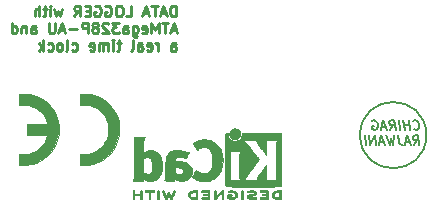
<source format=gbo>
%TF.GenerationSoftware,KiCad,Pcbnew,8.0.1*%
%TF.CreationDate,2024-07-18T02:30:48+05:30*%
%TF.ProjectId,MCU_datalogger_PCB,4d43555f-6461-4746-916c-6f676765725f,1*%
%TF.SameCoordinates,Original*%
%TF.FileFunction,Legend,Bot*%
%TF.FilePolarity,Positive*%
%FSLAX46Y46*%
G04 Gerber Fmt 4.6, Leading zero omitted, Abs format (unit mm)*
G04 Created by KiCad (PCBNEW 8.0.1) date 2024-07-18 02:30:48*
%MOMM*%
%LPD*%
G01*
G04 APERTURE LIST*
%ADD10C,0.200000*%
%ADD11C,0.225000*%
%ADD12C,0.010000*%
G04 APERTURE END LIST*
D10*
X148638030Y-99120000D02*
G75*
G02*
X143030000Y-99120000I-2804015J0D01*
G01*
X143030000Y-99120000D02*
G75*
G02*
X148638030Y-99120000I2804015J0D01*
G01*
D11*
X127427688Y-89060257D02*
X127427688Y-88160257D01*
X127427688Y-88160257D02*
X127213402Y-88160257D01*
X127213402Y-88160257D02*
X127084831Y-88203114D01*
X127084831Y-88203114D02*
X126999116Y-88288828D01*
X126999116Y-88288828D02*
X126956259Y-88374542D01*
X126956259Y-88374542D02*
X126913402Y-88545971D01*
X126913402Y-88545971D02*
X126913402Y-88674542D01*
X126913402Y-88674542D02*
X126956259Y-88845971D01*
X126956259Y-88845971D02*
X126999116Y-88931685D01*
X126999116Y-88931685D02*
X127084831Y-89017400D01*
X127084831Y-89017400D02*
X127213402Y-89060257D01*
X127213402Y-89060257D02*
X127427688Y-89060257D01*
X126570545Y-88803114D02*
X126141974Y-88803114D01*
X126656259Y-89060257D02*
X126356259Y-88160257D01*
X126356259Y-88160257D02*
X126056259Y-89060257D01*
X125884830Y-88160257D02*
X125370545Y-88160257D01*
X125627687Y-89060257D02*
X125627687Y-88160257D01*
X125113402Y-88803114D02*
X124684831Y-88803114D01*
X125199116Y-89060257D02*
X124899116Y-88160257D01*
X124899116Y-88160257D02*
X124599116Y-89060257D01*
X123184830Y-89060257D02*
X123613402Y-89060257D01*
X123613402Y-89060257D02*
X123613402Y-88160257D01*
X122713402Y-88160257D02*
X122541974Y-88160257D01*
X122541974Y-88160257D02*
X122456259Y-88203114D01*
X122456259Y-88203114D02*
X122370545Y-88288828D01*
X122370545Y-88288828D02*
X122327688Y-88460257D01*
X122327688Y-88460257D02*
X122327688Y-88760257D01*
X122327688Y-88760257D02*
X122370545Y-88931685D01*
X122370545Y-88931685D02*
X122456259Y-89017400D01*
X122456259Y-89017400D02*
X122541974Y-89060257D01*
X122541974Y-89060257D02*
X122713402Y-89060257D01*
X122713402Y-89060257D02*
X122799117Y-89017400D01*
X122799117Y-89017400D02*
X122884831Y-88931685D01*
X122884831Y-88931685D02*
X122927688Y-88760257D01*
X122927688Y-88760257D02*
X122927688Y-88460257D01*
X122927688Y-88460257D02*
X122884831Y-88288828D01*
X122884831Y-88288828D02*
X122799117Y-88203114D01*
X122799117Y-88203114D02*
X122713402Y-88160257D01*
X121470545Y-88203114D02*
X121556260Y-88160257D01*
X121556260Y-88160257D02*
X121684831Y-88160257D01*
X121684831Y-88160257D02*
X121813402Y-88203114D01*
X121813402Y-88203114D02*
X121899117Y-88288828D01*
X121899117Y-88288828D02*
X121941974Y-88374542D01*
X121941974Y-88374542D02*
X121984831Y-88545971D01*
X121984831Y-88545971D02*
X121984831Y-88674542D01*
X121984831Y-88674542D02*
X121941974Y-88845971D01*
X121941974Y-88845971D02*
X121899117Y-88931685D01*
X121899117Y-88931685D02*
X121813402Y-89017400D01*
X121813402Y-89017400D02*
X121684831Y-89060257D01*
X121684831Y-89060257D02*
X121599117Y-89060257D01*
X121599117Y-89060257D02*
X121470545Y-89017400D01*
X121470545Y-89017400D02*
X121427688Y-88974542D01*
X121427688Y-88974542D02*
X121427688Y-88674542D01*
X121427688Y-88674542D02*
X121599117Y-88674542D01*
X120570545Y-88203114D02*
X120656260Y-88160257D01*
X120656260Y-88160257D02*
X120784831Y-88160257D01*
X120784831Y-88160257D02*
X120913402Y-88203114D01*
X120913402Y-88203114D02*
X120999117Y-88288828D01*
X120999117Y-88288828D02*
X121041974Y-88374542D01*
X121041974Y-88374542D02*
X121084831Y-88545971D01*
X121084831Y-88545971D02*
X121084831Y-88674542D01*
X121084831Y-88674542D02*
X121041974Y-88845971D01*
X121041974Y-88845971D02*
X120999117Y-88931685D01*
X120999117Y-88931685D02*
X120913402Y-89017400D01*
X120913402Y-89017400D02*
X120784831Y-89060257D01*
X120784831Y-89060257D02*
X120699117Y-89060257D01*
X120699117Y-89060257D02*
X120570545Y-89017400D01*
X120570545Y-89017400D02*
X120527688Y-88974542D01*
X120527688Y-88974542D02*
X120527688Y-88674542D01*
X120527688Y-88674542D02*
X120699117Y-88674542D01*
X120141974Y-88588828D02*
X119841974Y-88588828D01*
X119713402Y-89060257D02*
X120141974Y-89060257D01*
X120141974Y-89060257D02*
X120141974Y-88160257D01*
X120141974Y-88160257D02*
X119713402Y-88160257D01*
X118813402Y-89060257D02*
X119113402Y-88631685D01*
X119327688Y-89060257D02*
X119327688Y-88160257D01*
X119327688Y-88160257D02*
X118984831Y-88160257D01*
X118984831Y-88160257D02*
X118899116Y-88203114D01*
X118899116Y-88203114D02*
X118856259Y-88245971D01*
X118856259Y-88245971D02*
X118813402Y-88331685D01*
X118813402Y-88331685D02*
X118813402Y-88460257D01*
X118813402Y-88460257D02*
X118856259Y-88545971D01*
X118856259Y-88545971D02*
X118899116Y-88588828D01*
X118899116Y-88588828D02*
X118984831Y-88631685D01*
X118984831Y-88631685D02*
X119327688Y-88631685D01*
X117827688Y-88460257D02*
X117656260Y-89060257D01*
X117656260Y-89060257D02*
X117484831Y-88631685D01*
X117484831Y-88631685D02*
X117313402Y-89060257D01*
X117313402Y-89060257D02*
X117141974Y-88460257D01*
X116799117Y-89060257D02*
X116799117Y-88460257D01*
X116799117Y-88160257D02*
X116841974Y-88203114D01*
X116841974Y-88203114D02*
X116799117Y-88245971D01*
X116799117Y-88245971D02*
X116756260Y-88203114D01*
X116756260Y-88203114D02*
X116799117Y-88160257D01*
X116799117Y-88160257D02*
X116799117Y-88245971D01*
X116499117Y-88460257D02*
X116156260Y-88460257D01*
X116370546Y-88160257D02*
X116370546Y-88931685D01*
X116370546Y-88931685D02*
X116327689Y-89017400D01*
X116327689Y-89017400D02*
X116241974Y-89060257D01*
X116241974Y-89060257D02*
X116156260Y-89060257D01*
X115856260Y-89060257D02*
X115856260Y-88160257D01*
X115470546Y-89060257D02*
X115470546Y-88588828D01*
X115470546Y-88588828D02*
X115513403Y-88503114D01*
X115513403Y-88503114D02*
X115599117Y-88460257D01*
X115599117Y-88460257D02*
X115727688Y-88460257D01*
X115727688Y-88460257D02*
X115813403Y-88503114D01*
X115813403Y-88503114D02*
X115856260Y-88545971D01*
X127470545Y-90252064D02*
X127041974Y-90252064D01*
X127556259Y-90509207D02*
X127256259Y-89609207D01*
X127256259Y-89609207D02*
X126956259Y-90509207D01*
X126784830Y-89609207D02*
X126270545Y-89609207D01*
X126527687Y-90509207D02*
X126527687Y-89609207D01*
X125970545Y-90509207D02*
X125970545Y-89609207D01*
X125970545Y-89609207D02*
X125670545Y-90252064D01*
X125670545Y-90252064D02*
X125370545Y-89609207D01*
X125370545Y-89609207D02*
X125370545Y-90509207D01*
X124599117Y-90466350D02*
X124684831Y-90509207D01*
X124684831Y-90509207D02*
X124856260Y-90509207D01*
X124856260Y-90509207D02*
X124941974Y-90466350D01*
X124941974Y-90466350D02*
X124984831Y-90380635D01*
X124984831Y-90380635D02*
X124984831Y-90037778D01*
X124984831Y-90037778D02*
X124941974Y-89952064D01*
X124941974Y-89952064D02*
X124856260Y-89909207D01*
X124856260Y-89909207D02*
X124684831Y-89909207D01*
X124684831Y-89909207D02*
X124599117Y-89952064D01*
X124599117Y-89952064D02*
X124556260Y-90037778D01*
X124556260Y-90037778D02*
X124556260Y-90123492D01*
X124556260Y-90123492D02*
X124984831Y-90209207D01*
X123784831Y-89909207D02*
X123784831Y-90637778D01*
X123784831Y-90637778D02*
X123827688Y-90723492D01*
X123827688Y-90723492D02*
X123870545Y-90766350D01*
X123870545Y-90766350D02*
X123956259Y-90809207D01*
X123956259Y-90809207D02*
X124084831Y-90809207D01*
X124084831Y-90809207D02*
X124170545Y-90766350D01*
X123784831Y-90466350D02*
X123870545Y-90509207D01*
X123870545Y-90509207D02*
X124041973Y-90509207D01*
X124041973Y-90509207D02*
X124127688Y-90466350D01*
X124127688Y-90466350D02*
X124170545Y-90423492D01*
X124170545Y-90423492D02*
X124213402Y-90337778D01*
X124213402Y-90337778D02*
X124213402Y-90080635D01*
X124213402Y-90080635D02*
X124170545Y-89994921D01*
X124170545Y-89994921D02*
X124127688Y-89952064D01*
X124127688Y-89952064D02*
X124041973Y-89909207D01*
X124041973Y-89909207D02*
X123870545Y-89909207D01*
X123870545Y-89909207D02*
X123784831Y-89952064D01*
X122970545Y-90509207D02*
X122970545Y-90037778D01*
X122970545Y-90037778D02*
X123013402Y-89952064D01*
X123013402Y-89952064D02*
X123099116Y-89909207D01*
X123099116Y-89909207D02*
X123270545Y-89909207D01*
X123270545Y-89909207D02*
X123356259Y-89952064D01*
X122970545Y-90466350D02*
X123056259Y-90509207D01*
X123056259Y-90509207D02*
X123270545Y-90509207D01*
X123270545Y-90509207D02*
X123356259Y-90466350D01*
X123356259Y-90466350D02*
X123399116Y-90380635D01*
X123399116Y-90380635D02*
X123399116Y-90294921D01*
X123399116Y-90294921D02*
X123356259Y-90209207D01*
X123356259Y-90209207D02*
X123270545Y-90166350D01*
X123270545Y-90166350D02*
X123056259Y-90166350D01*
X123056259Y-90166350D02*
X122970545Y-90123492D01*
X122627687Y-89609207D02*
X122070544Y-89609207D01*
X122070544Y-89609207D02*
X122370544Y-89952064D01*
X122370544Y-89952064D02*
X122241973Y-89952064D01*
X122241973Y-89952064D02*
X122156259Y-89994921D01*
X122156259Y-89994921D02*
X122113401Y-90037778D01*
X122113401Y-90037778D02*
X122070544Y-90123492D01*
X122070544Y-90123492D02*
X122070544Y-90337778D01*
X122070544Y-90337778D02*
X122113401Y-90423492D01*
X122113401Y-90423492D02*
X122156259Y-90466350D01*
X122156259Y-90466350D02*
X122241973Y-90509207D01*
X122241973Y-90509207D02*
X122499116Y-90509207D01*
X122499116Y-90509207D02*
X122584830Y-90466350D01*
X122584830Y-90466350D02*
X122627687Y-90423492D01*
X121727687Y-89694921D02*
X121684830Y-89652064D01*
X121684830Y-89652064D02*
X121599116Y-89609207D01*
X121599116Y-89609207D02*
X121384830Y-89609207D01*
X121384830Y-89609207D02*
X121299116Y-89652064D01*
X121299116Y-89652064D02*
X121256258Y-89694921D01*
X121256258Y-89694921D02*
X121213401Y-89780635D01*
X121213401Y-89780635D02*
X121213401Y-89866350D01*
X121213401Y-89866350D02*
X121256258Y-89994921D01*
X121256258Y-89994921D02*
X121770544Y-90509207D01*
X121770544Y-90509207D02*
X121213401Y-90509207D01*
X120699115Y-89994921D02*
X120784830Y-89952064D01*
X120784830Y-89952064D02*
X120827687Y-89909207D01*
X120827687Y-89909207D02*
X120870544Y-89823492D01*
X120870544Y-89823492D02*
X120870544Y-89780635D01*
X120870544Y-89780635D02*
X120827687Y-89694921D01*
X120827687Y-89694921D02*
X120784830Y-89652064D01*
X120784830Y-89652064D02*
X120699115Y-89609207D01*
X120699115Y-89609207D02*
X120527687Y-89609207D01*
X120527687Y-89609207D02*
X120441973Y-89652064D01*
X120441973Y-89652064D02*
X120399115Y-89694921D01*
X120399115Y-89694921D02*
X120356258Y-89780635D01*
X120356258Y-89780635D02*
X120356258Y-89823492D01*
X120356258Y-89823492D02*
X120399115Y-89909207D01*
X120399115Y-89909207D02*
X120441973Y-89952064D01*
X120441973Y-89952064D02*
X120527687Y-89994921D01*
X120527687Y-89994921D02*
X120699115Y-89994921D01*
X120699115Y-89994921D02*
X120784830Y-90037778D01*
X120784830Y-90037778D02*
X120827687Y-90080635D01*
X120827687Y-90080635D02*
X120870544Y-90166350D01*
X120870544Y-90166350D02*
X120870544Y-90337778D01*
X120870544Y-90337778D02*
X120827687Y-90423492D01*
X120827687Y-90423492D02*
X120784830Y-90466350D01*
X120784830Y-90466350D02*
X120699115Y-90509207D01*
X120699115Y-90509207D02*
X120527687Y-90509207D01*
X120527687Y-90509207D02*
X120441973Y-90466350D01*
X120441973Y-90466350D02*
X120399115Y-90423492D01*
X120399115Y-90423492D02*
X120356258Y-90337778D01*
X120356258Y-90337778D02*
X120356258Y-90166350D01*
X120356258Y-90166350D02*
X120399115Y-90080635D01*
X120399115Y-90080635D02*
X120441973Y-90037778D01*
X120441973Y-90037778D02*
X120527687Y-89994921D01*
X119970544Y-90509207D02*
X119970544Y-89609207D01*
X119970544Y-89609207D02*
X119627687Y-89609207D01*
X119627687Y-89609207D02*
X119541972Y-89652064D01*
X119541972Y-89652064D02*
X119499115Y-89694921D01*
X119499115Y-89694921D02*
X119456258Y-89780635D01*
X119456258Y-89780635D02*
X119456258Y-89909207D01*
X119456258Y-89909207D02*
X119499115Y-89994921D01*
X119499115Y-89994921D02*
X119541972Y-90037778D01*
X119541972Y-90037778D02*
X119627687Y-90080635D01*
X119627687Y-90080635D02*
X119970544Y-90080635D01*
X119070544Y-90166350D02*
X118384830Y-90166350D01*
X117999115Y-90252064D02*
X117570544Y-90252064D01*
X118084829Y-90509207D02*
X117784829Y-89609207D01*
X117784829Y-89609207D02*
X117484829Y-90509207D01*
X117184829Y-89609207D02*
X117184829Y-90337778D01*
X117184829Y-90337778D02*
X117141972Y-90423492D01*
X117141972Y-90423492D02*
X117099115Y-90466350D01*
X117099115Y-90466350D02*
X117013400Y-90509207D01*
X117013400Y-90509207D02*
X116841972Y-90509207D01*
X116841972Y-90509207D02*
X116756257Y-90466350D01*
X116756257Y-90466350D02*
X116713400Y-90423492D01*
X116713400Y-90423492D02*
X116670543Y-90337778D01*
X116670543Y-90337778D02*
X116670543Y-89609207D01*
X115170544Y-90509207D02*
X115170544Y-90037778D01*
X115170544Y-90037778D02*
X115213401Y-89952064D01*
X115213401Y-89952064D02*
X115299115Y-89909207D01*
X115299115Y-89909207D02*
X115470544Y-89909207D01*
X115470544Y-89909207D02*
X115556258Y-89952064D01*
X115170544Y-90466350D02*
X115256258Y-90509207D01*
X115256258Y-90509207D02*
X115470544Y-90509207D01*
X115470544Y-90509207D02*
X115556258Y-90466350D01*
X115556258Y-90466350D02*
X115599115Y-90380635D01*
X115599115Y-90380635D02*
X115599115Y-90294921D01*
X115599115Y-90294921D02*
X115556258Y-90209207D01*
X115556258Y-90209207D02*
X115470544Y-90166350D01*
X115470544Y-90166350D02*
X115256258Y-90166350D01*
X115256258Y-90166350D02*
X115170544Y-90123492D01*
X114741972Y-89909207D02*
X114741972Y-90509207D01*
X114741972Y-89994921D02*
X114699115Y-89952064D01*
X114699115Y-89952064D02*
X114613400Y-89909207D01*
X114613400Y-89909207D02*
X114484829Y-89909207D01*
X114484829Y-89909207D02*
X114399115Y-89952064D01*
X114399115Y-89952064D02*
X114356258Y-90037778D01*
X114356258Y-90037778D02*
X114356258Y-90509207D01*
X113541972Y-90509207D02*
X113541972Y-89609207D01*
X113541972Y-90466350D02*
X113627686Y-90509207D01*
X113627686Y-90509207D02*
X113799114Y-90509207D01*
X113799114Y-90509207D02*
X113884829Y-90466350D01*
X113884829Y-90466350D02*
X113927686Y-90423492D01*
X113927686Y-90423492D02*
X113970543Y-90337778D01*
X113970543Y-90337778D02*
X113970543Y-90080635D01*
X113970543Y-90080635D02*
X113927686Y-89994921D01*
X113927686Y-89994921D02*
X113884829Y-89952064D01*
X113884829Y-89952064D02*
X113799114Y-89909207D01*
X113799114Y-89909207D02*
X113627686Y-89909207D01*
X113627686Y-89909207D02*
X113541972Y-89952064D01*
X127041974Y-91958157D02*
X127041974Y-91486728D01*
X127041974Y-91486728D02*
X127084831Y-91401014D01*
X127084831Y-91401014D02*
X127170545Y-91358157D01*
X127170545Y-91358157D02*
X127341974Y-91358157D01*
X127341974Y-91358157D02*
X127427688Y-91401014D01*
X127041974Y-91915300D02*
X127127688Y-91958157D01*
X127127688Y-91958157D02*
X127341974Y-91958157D01*
X127341974Y-91958157D02*
X127427688Y-91915300D01*
X127427688Y-91915300D02*
X127470545Y-91829585D01*
X127470545Y-91829585D02*
X127470545Y-91743871D01*
X127470545Y-91743871D02*
X127427688Y-91658157D01*
X127427688Y-91658157D02*
X127341974Y-91615300D01*
X127341974Y-91615300D02*
X127127688Y-91615300D01*
X127127688Y-91615300D02*
X127041974Y-91572442D01*
X125927688Y-91958157D02*
X125927688Y-91358157D01*
X125927688Y-91529585D02*
X125884831Y-91443871D01*
X125884831Y-91443871D02*
X125841974Y-91401014D01*
X125841974Y-91401014D02*
X125756259Y-91358157D01*
X125756259Y-91358157D02*
X125670545Y-91358157D01*
X125027688Y-91915300D02*
X125113402Y-91958157D01*
X125113402Y-91958157D02*
X125284831Y-91958157D01*
X125284831Y-91958157D02*
X125370545Y-91915300D01*
X125370545Y-91915300D02*
X125413402Y-91829585D01*
X125413402Y-91829585D02*
X125413402Y-91486728D01*
X125413402Y-91486728D02*
X125370545Y-91401014D01*
X125370545Y-91401014D02*
X125284831Y-91358157D01*
X125284831Y-91358157D02*
X125113402Y-91358157D01*
X125113402Y-91358157D02*
X125027688Y-91401014D01*
X125027688Y-91401014D02*
X124984831Y-91486728D01*
X124984831Y-91486728D02*
X124984831Y-91572442D01*
X124984831Y-91572442D02*
X125413402Y-91658157D01*
X124213402Y-91958157D02*
X124213402Y-91486728D01*
X124213402Y-91486728D02*
X124256259Y-91401014D01*
X124256259Y-91401014D02*
X124341973Y-91358157D01*
X124341973Y-91358157D02*
X124513402Y-91358157D01*
X124513402Y-91358157D02*
X124599116Y-91401014D01*
X124213402Y-91915300D02*
X124299116Y-91958157D01*
X124299116Y-91958157D02*
X124513402Y-91958157D01*
X124513402Y-91958157D02*
X124599116Y-91915300D01*
X124599116Y-91915300D02*
X124641973Y-91829585D01*
X124641973Y-91829585D02*
X124641973Y-91743871D01*
X124641973Y-91743871D02*
X124599116Y-91658157D01*
X124599116Y-91658157D02*
X124513402Y-91615300D01*
X124513402Y-91615300D02*
X124299116Y-91615300D01*
X124299116Y-91615300D02*
X124213402Y-91572442D01*
X123656258Y-91958157D02*
X123741973Y-91915300D01*
X123741973Y-91915300D02*
X123784830Y-91829585D01*
X123784830Y-91829585D02*
X123784830Y-91058157D01*
X122756258Y-91358157D02*
X122413401Y-91358157D01*
X122627687Y-91058157D02*
X122627687Y-91829585D01*
X122627687Y-91829585D02*
X122584830Y-91915300D01*
X122584830Y-91915300D02*
X122499115Y-91958157D01*
X122499115Y-91958157D02*
X122413401Y-91958157D01*
X122113401Y-91958157D02*
X122113401Y-91358157D01*
X122113401Y-91058157D02*
X122156258Y-91101014D01*
X122156258Y-91101014D02*
X122113401Y-91143871D01*
X122113401Y-91143871D02*
X122070544Y-91101014D01*
X122070544Y-91101014D02*
X122113401Y-91058157D01*
X122113401Y-91058157D02*
X122113401Y-91143871D01*
X121684830Y-91958157D02*
X121684830Y-91358157D01*
X121684830Y-91443871D02*
X121641973Y-91401014D01*
X121641973Y-91401014D02*
X121556258Y-91358157D01*
X121556258Y-91358157D02*
X121427687Y-91358157D01*
X121427687Y-91358157D02*
X121341973Y-91401014D01*
X121341973Y-91401014D02*
X121299116Y-91486728D01*
X121299116Y-91486728D02*
X121299116Y-91958157D01*
X121299116Y-91486728D02*
X121256258Y-91401014D01*
X121256258Y-91401014D02*
X121170544Y-91358157D01*
X121170544Y-91358157D02*
X121041973Y-91358157D01*
X121041973Y-91358157D02*
X120956258Y-91401014D01*
X120956258Y-91401014D02*
X120913401Y-91486728D01*
X120913401Y-91486728D02*
X120913401Y-91958157D01*
X120141973Y-91915300D02*
X120227687Y-91958157D01*
X120227687Y-91958157D02*
X120399116Y-91958157D01*
X120399116Y-91958157D02*
X120484830Y-91915300D01*
X120484830Y-91915300D02*
X120527687Y-91829585D01*
X120527687Y-91829585D02*
X120527687Y-91486728D01*
X120527687Y-91486728D02*
X120484830Y-91401014D01*
X120484830Y-91401014D02*
X120399116Y-91358157D01*
X120399116Y-91358157D02*
X120227687Y-91358157D01*
X120227687Y-91358157D02*
X120141973Y-91401014D01*
X120141973Y-91401014D02*
X120099116Y-91486728D01*
X120099116Y-91486728D02*
X120099116Y-91572442D01*
X120099116Y-91572442D02*
X120527687Y-91658157D01*
X118641973Y-91915300D02*
X118727687Y-91958157D01*
X118727687Y-91958157D02*
X118899115Y-91958157D01*
X118899115Y-91958157D02*
X118984830Y-91915300D01*
X118984830Y-91915300D02*
X119027687Y-91872442D01*
X119027687Y-91872442D02*
X119070544Y-91786728D01*
X119070544Y-91786728D02*
X119070544Y-91529585D01*
X119070544Y-91529585D02*
X119027687Y-91443871D01*
X119027687Y-91443871D02*
X118984830Y-91401014D01*
X118984830Y-91401014D02*
X118899115Y-91358157D01*
X118899115Y-91358157D02*
X118727687Y-91358157D01*
X118727687Y-91358157D02*
X118641973Y-91401014D01*
X118127686Y-91958157D02*
X118213401Y-91915300D01*
X118213401Y-91915300D02*
X118256258Y-91829585D01*
X118256258Y-91829585D02*
X118256258Y-91058157D01*
X117656257Y-91958157D02*
X117741972Y-91915300D01*
X117741972Y-91915300D02*
X117784829Y-91872442D01*
X117784829Y-91872442D02*
X117827686Y-91786728D01*
X117827686Y-91786728D02*
X117827686Y-91529585D01*
X117827686Y-91529585D02*
X117784829Y-91443871D01*
X117784829Y-91443871D02*
X117741972Y-91401014D01*
X117741972Y-91401014D02*
X117656257Y-91358157D01*
X117656257Y-91358157D02*
X117527686Y-91358157D01*
X117527686Y-91358157D02*
X117441972Y-91401014D01*
X117441972Y-91401014D02*
X117399115Y-91443871D01*
X117399115Y-91443871D02*
X117356257Y-91529585D01*
X117356257Y-91529585D02*
X117356257Y-91786728D01*
X117356257Y-91786728D02*
X117399115Y-91872442D01*
X117399115Y-91872442D02*
X117441972Y-91915300D01*
X117441972Y-91915300D02*
X117527686Y-91958157D01*
X117527686Y-91958157D02*
X117656257Y-91958157D01*
X116584829Y-91915300D02*
X116670543Y-91958157D01*
X116670543Y-91958157D02*
X116841971Y-91958157D01*
X116841971Y-91958157D02*
X116927686Y-91915300D01*
X116927686Y-91915300D02*
X116970543Y-91872442D01*
X116970543Y-91872442D02*
X117013400Y-91786728D01*
X117013400Y-91786728D02*
X117013400Y-91529585D01*
X117013400Y-91529585D02*
X116970543Y-91443871D01*
X116970543Y-91443871D02*
X116927686Y-91401014D01*
X116927686Y-91401014D02*
X116841971Y-91358157D01*
X116841971Y-91358157D02*
X116670543Y-91358157D01*
X116670543Y-91358157D02*
X116584829Y-91401014D01*
X116199114Y-91958157D02*
X116199114Y-91058157D01*
X116113400Y-91615300D02*
X115856257Y-91958157D01*
X115856257Y-91358157D02*
X116199114Y-91701014D01*
D10*
X147586041Y-98577549D02*
X147628898Y-98615645D01*
X147628898Y-98615645D02*
X147747945Y-98653740D01*
X147747945Y-98653740D02*
X147824136Y-98653740D01*
X147824136Y-98653740D02*
X147933660Y-98615645D01*
X147933660Y-98615645D02*
X148000326Y-98539454D01*
X148000326Y-98539454D02*
X148028898Y-98463264D01*
X148028898Y-98463264D02*
X148047945Y-98310883D01*
X148047945Y-98310883D02*
X148033660Y-98196597D01*
X148033660Y-98196597D02*
X147976517Y-98044216D01*
X147976517Y-98044216D02*
X147928898Y-97968025D01*
X147928898Y-97968025D02*
X147843183Y-97891835D01*
X147843183Y-97891835D02*
X147724136Y-97853740D01*
X147724136Y-97853740D02*
X147647945Y-97853740D01*
X147647945Y-97853740D02*
X147538422Y-97891835D01*
X147538422Y-97891835D02*
X147505088Y-97929930D01*
X147252707Y-98653740D02*
X147152707Y-97853740D01*
X147200326Y-98234692D02*
X146743183Y-98234692D01*
X146795564Y-98653740D02*
X146695564Y-97853740D01*
X146414612Y-98653740D02*
X146314612Y-97853740D01*
X145576517Y-98653740D02*
X145795565Y-98272787D01*
X146033660Y-98653740D02*
X145933660Y-97853740D01*
X145933660Y-97853740D02*
X145628898Y-97853740D01*
X145628898Y-97853740D02*
X145557470Y-97891835D01*
X145557470Y-97891835D02*
X145524136Y-97929930D01*
X145524136Y-97929930D02*
X145495565Y-98006121D01*
X145495565Y-98006121D02*
X145509851Y-98120406D01*
X145509851Y-98120406D02*
X145557470Y-98196597D01*
X145557470Y-98196597D02*
X145600327Y-98234692D01*
X145600327Y-98234692D02*
X145681279Y-98272787D01*
X145681279Y-98272787D02*
X145986041Y-98272787D01*
X145243184Y-98425168D02*
X144862232Y-98425168D01*
X145347946Y-98653740D02*
X144981279Y-97853740D01*
X144981279Y-97853740D02*
X144814613Y-98653740D01*
X144033661Y-97891835D02*
X144105089Y-97853740D01*
X144105089Y-97853740D02*
X144219375Y-97853740D01*
X144219375Y-97853740D02*
X144338422Y-97891835D01*
X144338422Y-97891835D02*
X144424137Y-97968025D01*
X144424137Y-97968025D02*
X144471756Y-98044216D01*
X144471756Y-98044216D02*
X144528899Y-98196597D01*
X144528899Y-98196597D02*
X144543184Y-98310883D01*
X144543184Y-98310883D02*
X144524137Y-98463264D01*
X144524137Y-98463264D02*
X144495565Y-98539454D01*
X144495565Y-98539454D02*
X144428899Y-98615645D01*
X144428899Y-98615645D02*
X144319375Y-98653740D01*
X144319375Y-98653740D02*
X144243184Y-98653740D01*
X144243184Y-98653740D02*
X144124137Y-98615645D01*
X144124137Y-98615645D02*
X144081280Y-98577549D01*
X144081280Y-98577549D02*
X144047946Y-98310883D01*
X144047946Y-98310883D02*
X144200327Y-98310883D01*
X147595564Y-99941695D02*
X147814612Y-99560742D01*
X148052707Y-99941695D02*
X147952707Y-99141695D01*
X147952707Y-99141695D02*
X147647945Y-99141695D01*
X147647945Y-99141695D02*
X147576517Y-99179790D01*
X147576517Y-99179790D02*
X147543183Y-99217885D01*
X147543183Y-99217885D02*
X147514612Y-99294076D01*
X147514612Y-99294076D02*
X147528898Y-99408361D01*
X147528898Y-99408361D02*
X147576517Y-99484552D01*
X147576517Y-99484552D02*
X147619374Y-99522647D01*
X147619374Y-99522647D02*
X147700326Y-99560742D01*
X147700326Y-99560742D02*
X148005088Y-99560742D01*
X147262231Y-99713123D02*
X146881279Y-99713123D01*
X147366993Y-99941695D02*
X147000326Y-99141695D01*
X147000326Y-99141695D02*
X146833660Y-99941695D01*
X146238422Y-99141695D02*
X146309850Y-99713123D01*
X146309850Y-99713123D02*
X146362231Y-99827409D01*
X146362231Y-99827409D02*
X146447946Y-99903600D01*
X146447946Y-99903600D02*
X146566993Y-99941695D01*
X146566993Y-99941695D02*
X146643184Y-99941695D01*
X145933660Y-99141695D02*
X145843184Y-99941695D01*
X145843184Y-99941695D02*
X145619374Y-99370266D01*
X145619374Y-99370266D02*
X145538422Y-99941695D01*
X145538422Y-99941695D02*
X145247945Y-99141695D01*
X145052707Y-99713123D02*
X144671755Y-99713123D01*
X145157469Y-99941695D02*
X144790802Y-99141695D01*
X144790802Y-99141695D02*
X144624136Y-99941695D01*
X144357469Y-99941695D02*
X144257469Y-99141695D01*
X144257469Y-99141695D02*
X143900326Y-99941695D01*
X143900326Y-99941695D02*
X143800326Y-99141695D01*
X143519374Y-99941695D02*
X143419374Y-99141695D01*
D12*
%TO.C,REF\u002A\u002A*%
X125925406Y-103804949D02*
X125951127Y-103820647D01*
X125977778Y-103842227D01*
X125977778Y-104489684D01*
X125951127Y-104511264D01*
X125919767Y-104528739D01*
X125883966Y-104529575D01*
X125852528Y-104509082D01*
X125848652Y-104504416D01*
X125843186Y-104494949D01*
X125838979Y-104481267D01*
X125835867Y-104460748D01*
X125833687Y-104430768D01*
X125832276Y-104388704D01*
X125831471Y-104331932D01*
X125831107Y-104257830D01*
X125831022Y-104163773D01*
X125831022Y-103842227D01*
X125857673Y-103820647D01*
X125881386Y-103805877D01*
X125904400Y-103799067D01*
X125925406Y-103804949D01*
G36*
X125925406Y-103804949D02*
G01*
X125951127Y-103820647D01*
X125977778Y-103842227D01*
X125977778Y-104489684D01*
X125951127Y-104511264D01*
X125919767Y-104528739D01*
X125883966Y-104529575D01*
X125852528Y-104509082D01*
X125848652Y-104504416D01*
X125843186Y-104494949D01*
X125838979Y-104481267D01*
X125835867Y-104460748D01*
X125833687Y-104430768D01*
X125832276Y-104388704D01*
X125831471Y-104331932D01*
X125831107Y-104257830D01*
X125831022Y-104163773D01*
X125831022Y-103842227D01*
X125857673Y-103820647D01*
X125881386Y-103805877D01*
X125904400Y-103799067D01*
X125925406Y-103804949D01*
G37*
X133056137Y-103803463D02*
X133090291Y-103826776D01*
X133118000Y-103854485D01*
X133118000Y-104167537D01*
X133117959Y-104251567D01*
X133117701Y-104325789D01*
X133117030Y-104382541D01*
X133115752Y-104424512D01*
X133113673Y-104454389D01*
X133110599Y-104474861D01*
X133106334Y-104488614D01*
X133100684Y-104498337D01*
X133093455Y-104506717D01*
X133061991Y-104528181D01*
X133026826Y-104529947D01*
X132993822Y-104510267D01*
X132988516Y-104504398D01*
X132983066Y-104495314D01*
X132978900Y-104481973D01*
X132975846Y-104461757D01*
X132973732Y-104432049D01*
X132972386Y-104390232D01*
X132971638Y-104333689D01*
X132971314Y-104259802D01*
X132971245Y-104165956D01*
X132971284Y-104090294D01*
X132971539Y-104012385D01*
X132972183Y-103952375D01*
X132973387Y-103907648D01*
X132975324Y-103875585D01*
X132978164Y-103853571D01*
X132982079Y-103838987D01*
X132987242Y-103829218D01*
X132993822Y-103821645D01*
X133023006Y-103802623D01*
X133056137Y-103803463D01*
G36*
X133056137Y-103803463D02*
G01*
X133090291Y-103826776D01*
X133118000Y-103854485D01*
X133118000Y-104167537D01*
X133117959Y-104251567D01*
X133117701Y-104325789D01*
X133117030Y-104382541D01*
X133115752Y-104424512D01*
X133113673Y-104454389D01*
X133110599Y-104474861D01*
X133106334Y-104488614D01*
X133100684Y-104498337D01*
X133093455Y-104506717D01*
X133061991Y-104528181D01*
X133026826Y-104529947D01*
X132993822Y-104510267D01*
X132988516Y-104504398D01*
X132983066Y-104495314D01*
X132978900Y-104481973D01*
X132975846Y-104461757D01*
X132973732Y-104432049D01*
X132972386Y-104390232D01*
X132971638Y-104333689D01*
X132971314Y-104259802D01*
X132971245Y-104165956D01*
X132971284Y-104090294D01*
X132971539Y-104012385D01*
X132972183Y-103952375D01*
X132973387Y-103907648D01*
X132975324Y-103875585D01*
X132978164Y-103853571D01*
X132982079Y-103838987D01*
X132987242Y-103829218D01*
X132993822Y-103821645D01*
X133023006Y-103802623D01*
X133056137Y-103803463D01*
G37*
X132524562Y-98562850D02*
X132607313Y-98590053D01*
X132682406Y-98635484D01*
X132754298Y-98701302D01*
X132792846Y-98745567D01*
X132832256Y-98803961D01*
X132857446Y-98864586D01*
X132870861Y-98933865D01*
X132874948Y-99018222D01*
X132874669Y-99064307D01*
X132872460Y-99105450D01*
X132866894Y-99137582D01*
X132856586Y-99168122D01*
X132840148Y-99204489D01*
X132826200Y-99231728D01*
X132767665Y-99317429D01*
X132695619Y-99386617D01*
X132611947Y-99437741D01*
X132518531Y-99469250D01*
X132485434Y-99476225D01*
X132444960Y-99483094D01*
X132411999Y-99484919D01*
X132377698Y-99481947D01*
X132333200Y-99474426D01*
X132281934Y-99462002D01*
X132191434Y-99424112D01*
X132112345Y-99369836D01*
X132046528Y-99301770D01*
X131995840Y-99222511D01*
X131962140Y-99134654D01*
X131947286Y-99040795D01*
X131953136Y-98943530D01*
X131979399Y-98847220D01*
X132024418Y-98758494D01*
X132085373Y-98683419D01*
X132160184Y-98623641D01*
X132246768Y-98580809D01*
X132343043Y-98556571D01*
X132446928Y-98552576D01*
X132524562Y-98562850D01*
G36*
X132524562Y-98562850D02*
G01*
X132607313Y-98590053D01*
X132682406Y-98635484D01*
X132754298Y-98701302D01*
X132792846Y-98745567D01*
X132832256Y-98803961D01*
X132857446Y-98864586D01*
X132870861Y-98933865D01*
X132874948Y-99018222D01*
X132874669Y-99064307D01*
X132872460Y-99105450D01*
X132866894Y-99137582D01*
X132856586Y-99168122D01*
X132840148Y-99204489D01*
X132826200Y-99231728D01*
X132767665Y-99317429D01*
X132695619Y-99386617D01*
X132611947Y-99437741D01*
X132518531Y-99469250D01*
X132485434Y-99476225D01*
X132444960Y-99483094D01*
X132411999Y-99484919D01*
X132377698Y-99481947D01*
X132333200Y-99474426D01*
X132281934Y-99462002D01*
X132191434Y-99424112D01*
X132112345Y-99369836D01*
X132046528Y-99301770D01*
X131995840Y-99222511D01*
X131962140Y-99134654D01*
X131947286Y-99040795D01*
X131953136Y-98943530D01*
X131979399Y-98847220D01*
X132024418Y-98758494D01*
X132085373Y-98683419D01*
X132160184Y-98623641D01*
X132246768Y-98580809D01*
X132343043Y-98556571D01*
X132446928Y-98552576D01*
X132524562Y-98562850D01*
G37*
X125225767Y-103799068D02*
X125319890Y-103799158D01*
X125394405Y-103799498D01*
X125451811Y-103800239D01*
X125494611Y-103801535D01*
X125525304Y-103803537D01*
X125546391Y-103806396D01*
X125560373Y-103810266D01*
X125569750Y-103815298D01*
X125577022Y-103821645D01*
X125595828Y-103854362D01*
X125597275Y-103891939D01*
X125580917Y-103925178D01*
X125579557Y-103926631D01*
X125568354Y-103934992D01*
X125551252Y-103940547D01*
X125524082Y-103943840D01*
X125482678Y-103945418D01*
X125422873Y-103945822D01*
X125283511Y-103945822D01*
X125283511Y-104209589D01*
X125283436Y-104285417D01*
X125283028Y-104352083D01*
X125282046Y-104401867D01*
X125280250Y-104437784D01*
X125277399Y-104462850D01*
X125273253Y-104480081D01*
X125267571Y-104492492D01*
X125260114Y-104503100D01*
X125257824Y-104505906D01*
X125226646Y-104528548D01*
X125192266Y-104530112D01*
X125159334Y-104510267D01*
X125152355Y-104502191D01*
X125146883Y-104491593D01*
X125142863Y-104475749D01*
X125140072Y-104451773D01*
X125138288Y-104416774D01*
X125137289Y-104367864D01*
X125136852Y-104302154D01*
X125136756Y-104216756D01*
X125136756Y-103945822D01*
X124990820Y-103945822D01*
X124979720Y-103945821D01*
X124923202Y-103945596D01*
X124884358Y-103944457D01*
X124858965Y-103941657D01*
X124842804Y-103936450D01*
X124831652Y-103928089D01*
X124821289Y-103915826D01*
X124805441Y-103885138D01*
X124808543Y-103851358D01*
X124834187Y-103818822D01*
X124839129Y-103815105D01*
X124849338Y-103810269D01*
X124864764Y-103806506D01*
X124887886Y-103803683D01*
X124921183Y-103801670D01*
X124967137Y-103800333D01*
X125028228Y-103799542D01*
X125106935Y-103799163D01*
X125205740Y-103799067D01*
X125225767Y-103799068D01*
G36*
X125225767Y-103799068D02*
G01*
X125319890Y-103799158D01*
X125394405Y-103799498D01*
X125451811Y-103800239D01*
X125494611Y-103801535D01*
X125525304Y-103803537D01*
X125546391Y-103806396D01*
X125560373Y-103810266D01*
X125569750Y-103815298D01*
X125577022Y-103821645D01*
X125595828Y-103854362D01*
X125597275Y-103891939D01*
X125580917Y-103925178D01*
X125579557Y-103926631D01*
X125568354Y-103934992D01*
X125551252Y-103940547D01*
X125524082Y-103943840D01*
X125482678Y-103945418D01*
X125422873Y-103945822D01*
X125283511Y-103945822D01*
X125283511Y-104209589D01*
X125283436Y-104285417D01*
X125283028Y-104352083D01*
X125282046Y-104401867D01*
X125280250Y-104437784D01*
X125277399Y-104462850D01*
X125273253Y-104480081D01*
X125267571Y-104492492D01*
X125260114Y-104503100D01*
X125257824Y-104505906D01*
X125226646Y-104528548D01*
X125192266Y-104530112D01*
X125159334Y-104510267D01*
X125152355Y-104502191D01*
X125146883Y-104491593D01*
X125142863Y-104475749D01*
X125140072Y-104451773D01*
X125138288Y-104416774D01*
X125137289Y-104367864D01*
X125136852Y-104302154D01*
X125136756Y-104216756D01*
X125136756Y-103945822D01*
X124990820Y-103945822D01*
X124979720Y-103945821D01*
X124923202Y-103945596D01*
X124884358Y-103944457D01*
X124858965Y-103941657D01*
X124842804Y-103936450D01*
X124831652Y-103928089D01*
X124821289Y-103915826D01*
X124805441Y-103885138D01*
X124808543Y-103851358D01*
X124834187Y-103818822D01*
X124839129Y-103815105D01*
X124849338Y-103810269D01*
X124864764Y-103806506D01*
X124887886Y-103803683D01*
X124921183Y-103801670D01*
X124967137Y-103800333D01*
X125028228Y-103799542D01*
X125106935Y-103799163D01*
X125205740Y-103799067D01*
X125225767Y-103799068D01*
G37*
X124549734Y-103821645D02*
X124555366Y-103827835D01*
X124560456Y-103836041D01*
X124564543Y-103847817D01*
X124567721Y-103865276D01*
X124570087Y-103890530D01*
X124571738Y-103925690D01*
X124572769Y-103972869D01*
X124573277Y-104034177D01*
X124573359Y-104111727D01*
X124573109Y-104207631D01*
X124572625Y-104324000D01*
X124572557Y-104338175D01*
X124571971Y-104399937D01*
X124570648Y-104443620D01*
X124568103Y-104473001D01*
X124563848Y-104491855D01*
X124557396Y-104503959D01*
X124548262Y-104513089D01*
X124514804Y-104530506D01*
X124479856Y-104527604D01*
X124448953Y-104503100D01*
X124439944Y-104489897D01*
X124432492Y-104471361D01*
X124428124Y-104445333D01*
X124426069Y-104406787D01*
X124425556Y-104350700D01*
X124425556Y-104228045D01*
X123928845Y-104228045D01*
X123928845Y-104362871D01*
X123928772Y-104398662D01*
X123928009Y-104444992D01*
X123925833Y-104475526D01*
X123921536Y-104494557D01*
X123914412Y-104506374D01*
X123903755Y-104515271D01*
X123871504Y-104530341D01*
X123836217Y-104527673D01*
X123805486Y-104503100D01*
X123800831Y-104496845D01*
X123794895Y-104486321D01*
X123790364Y-104472391D01*
X123787048Y-104452317D01*
X123784759Y-104423360D01*
X123783308Y-104382780D01*
X123782505Y-104327840D01*
X123782162Y-104255799D01*
X123782089Y-104163920D01*
X123782089Y-103854485D01*
X123809798Y-103826776D01*
X123841177Y-103804533D01*
X123874406Y-103801844D01*
X123906267Y-103821645D01*
X123914553Y-103831415D01*
X123921965Y-103847307D01*
X123926302Y-103871275D01*
X123928338Y-103908148D01*
X123928845Y-103962756D01*
X123928845Y-104081289D01*
X124425556Y-104081289D01*
X124425556Y-103965776D01*
X124425994Y-103914078D01*
X124427958Y-103879554D01*
X124432474Y-103856978D01*
X124440567Y-103841126D01*
X124453265Y-103826776D01*
X124484643Y-103804533D01*
X124517872Y-103801844D01*
X124549734Y-103821645D01*
G36*
X124549734Y-103821645D02*
G01*
X124555366Y-103827835D01*
X124560456Y-103836041D01*
X124564543Y-103847817D01*
X124567721Y-103865276D01*
X124570087Y-103890530D01*
X124571738Y-103925690D01*
X124572769Y-103972869D01*
X124573277Y-104034177D01*
X124573359Y-104111727D01*
X124573109Y-104207631D01*
X124572625Y-104324000D01*
X124572557Y-104338175D01*
X124571971Y-104399937D01*
X124570648Y-104443620D01*
X124568103Y-104473001D01*
X124563848Y-104491855D01*
X124557396Y-104503959D01*
X124548262Y-104513089D01*
X124514804Y-104530506D01*
X124479856Y-104527604D01*
X124448953Y-104503100D01*
X124439944Y-104489897D01*
X124432492Y-104471361D01*
X124428124Y-104445333D01*
X124426069Y-104406787D01*
X124425556Y-104350700D01*
X124425556Y-104228045D01*
X123928845Y-104228045D01*
X123928845Y-104362871D01*
X123928772Y-104398662D01*
X123928009Y-104444992D01*
X123925833Y-104475526D01*
X123921536Y-104494557D01*
X123914412Y-104506374D01*
X123903755Y-104515271D01*
X123871504Y-104530341D01*
X123836217Y-104527673D01*
X123805486Y-104503100D01*
X123800831Y-104496845D01*
X123794895Y-104486321D01*
X123790364Y-104472391D01*
X123787048Y-104452317D01*
X123784759Y-104423360D01*
X123783308Y-104382780D01*
X123782505Y-104327840D01*
X123782162Y-104255799D01*
X123782089Y-104163920D01*
X123782089Y-103854485D01*
X123809798Y-103826776D01*
X123841177Y-103804533D01*
X123874406Y-103801844D01*
X123906267Y-103821645D01*
X123914553Y-103831415D01*
X123921965Y-103847307D01*
X123926302Y-103871275D01*
X123928338Y-103908148D01*
X123928845Y-103962756D01*
X123928845Y-104081289D01*
X124425556Y-104081289D01*
X124425556Y-103965776D01*
X124425994Y-103914078D01*
X124427958Y-103879554D01*
X124432474Y-103856978D01*
X124440567Y-103841126D01*
X124453265Y-103826776D01*
X124484643Y-103804533D01*
X124517872Y-103801844D01*
X124549734Y-103821645D01*
G37*
X129255133Y-104410396D02*
X129253163Y-104443175D01*
X129250235Y-104466095D01*
X129246158Y-104481897D01*
X129240743Y-104493319D01*
X129233803Y-104503100D01*
X129210406Y-104532845D01*
X129044714Y-104532251D01*
X129009918Y-104531953D01*
X128911435Y-104528522D01*
X128830473Y-104520839D01*
X128763379Y-104508282D01*
X128706496Y-104490227D01*
X128656169Y-104466052D01*
X128652810Y-104464135D01*
X128594998Y-104427417D01*
X128552644Y-104390451D01*
X128519828Y-104346966D01*
X128490628Y-104290689D01*
X128486346Y-104281073D01*
X128463769Y-104217887D01*
X128458034Y-104172333D01*
X128607279Y-104172333D01*
X128612892Y-104197061D01*
X128618618Y-104212939D01*
X128651548Y-104272847D01*
X128698886Y-104318600D01*
X128762652Y-104351736D01*
X128844861Y-104373790D01*
X128847655Y-104374292D01*
X128893940Y-104380255D01*
X128950336Y-104384483D01*
X129005274Y-104386089D01*
X129099156Y-104386089D01*
X129099156Y-103945822D01*
X129011667Y-103946270D01*
X128944747Y-103948746D01*
X128852349Y-103959998D01*
X128773034Y-103979537D01*
X128711060Y-104006511D01*
X128680120Y-104027240D01*
X128652000Y-104057006D01*
X128628660Y-104099434D01*
X128621533Y-104115400D01*
X128609709Y-104147902D01*
X128607279Y-104172333D01*
X128458034Y-104172333D01*
X128456797Y-104162509D01*
X128465399Y-104107483D01*
X128489541Y-104045351D01*
X128490337Y-104043658D01*
X128530788Y-103974236D01*
X128581473Y-103917638D01*
X128644198Y-103873070D01*
X128720774Y-103839741D01*
X128813009Y-103816861D01*
X128922712Y-103803636D01*
X129051691Y-103799275D01*
X129055263Y-103799270D01*
X129115283Y-103799410D01*
X129157214Y-103800446D01*
X129185328Y-103803040D01*
X129203897Y-103807853D01*
X129217194Y-103815544D01*
X129229491Y-103826776D01*
X129257200Y-103854485D01*
X129257200Y-104163920D01*
X129257175Y-104225526D01*
X129256950Y-104304311D01*
X129256332Y-104365021D01*
X129255775Y-104386089D01*
X129255133Y-104410396D01*
G36*
X129255133Y-104410396D02*
G01*
X129253163Y-104443175D01*
X129250235Y-104466095D01*
X129246158Y-104481897D01*
X129240743Y-104493319D01*
X129233803Y-104503100D01*
X129210406Y-104532845D01*
X129044714Y-104532251D01*
X129009918Y-104531953D01*
X128911435Y-104528522D01*
X128830473Y-104520839D01*
X128763379Y-104508282D01*
X128706496Y-104490227D01*
X128656169Y-104466052D01*
X128652810Y-104464135D01*
X128594998Y-104427417D01*
X128552644Y-104390451D01*
X128519828Y-104346966D01*
X128490628Y-104290689D01*
X128486346Y-104281073D01*
X128463769Y-104217887D01*
X128458034Y-104172333D01*
X128607279Y-104172333D01*
X128612892Y-104197061D01*
X128618618Y-104212939D01*
X128651548Y-104272847D01*
X128698886Y-104318600D01*
X128762652Y-104351736D01*
X128844861Y-104373790D01*
X128847655Y-104374292D01*
X128893940Y-104380255D01*
X128950336Y-104384483D01*
X129005274Y-104386089D01*
X129099156Y-104386089D01*
X129099156Y-103945822D01*
X129011667Y-103946270D01*
X128944747Y-103948746D01*
X128852349Y-103959998D01*
X128773034Y-103979537D01*
X128711060Y-104006511D01*
X128680120Y-104027240D01*
X128652000Y-104057006D01*
X128628660Y-104099434D01*
X128621533Y-104115400D01*
X128609709Y-104147902D01*
X128607279Y-104172333D01*
X128458034Y-104172333D01*
X128456797Y-104162509D01*
X128465399Y-104107483D01*
X128489541Y-104045351D01*
X128490337Y-104043658D01*
X128530788Y-103974236D01*
X128581473Y-103917638D01*
X128644198Y-103873070D01*
X128720774Y-103839741D01*
X128813009Y-103816861D01*
X128922712Y-103803636D01*
X129051691Y-103799275D01*
X129055263Y-103799270D01*
X129115283Y-103799410D01*
X129157214Y-103800446D01*
X129185328Y-103803040D01*
X129203897Y-103807853D01*
X129217194Y-103815544D01*
X129229491Y-103826776D01*
X129257200Y-103854485D01*
X129257200Y-104163920D01*
X129257175Y-104225526D01*
X129256950Y-104304311D01*
X129256332Y-104365021D01*
X129255775Y-104386089D01*
X129255133Y-104410396D01*
G37*
X136346817Y-103984427D02*
X136346870Y-104065041D01*
X136346622Y-104165956D01*
X136346583Y-104241617D01*
X136346328Y-104319526D01*
X136345684Y-104379536D01*
X136344480Y-104424264D01*
X136342543Y-104456326D01*
X136339703Y-104478340D01*
X136335788Y-104492924D01*
X136330626Y-104502694D01*
X136324045Y-104510267D01*
X136317077Y-104516501D01*
X136304079Y-104523801D01*
X136284931Y-104528554D01*
X136255528Y-104531292D01*
X136211762Y-104532545D01*
X136149528Y-104532845D01*
X136100582Y-104532469D01*
X135993722Y-104528041D01*
X135904494Y-104517953D01*
X135829696Y-104501365D01*
X135766125Y-104477435D01*
X135710579Y-104445321D01*
X135659854Y-104404182D01*
X135653866Y-104398330D01*
X135616999Y-104349821D01*
X135585899Y-104289013D01*
X135564417Y-104224769D01*
X135559136Y-104186026D01*
X135706353Y-104186026D01*
X135724635Y-104236961D01*
X135754305Y-104282878D01*
X135801002Y-104325287D01*
X135862392Y-104355090D01*
X135941538Y-104374226D01*
X135943028Y-104374464D01*
X135991999Y-104380256D01*
X136050693Y-104384396D01*
X136106734Y-104386004D01*
X136199867Y-104386089D01*
X136199867Y-103945822D01*
X136123667Y-103945808D01*
X136120639Y-103945817D01*
X136069519Y-103947782D01*
X136009416Y-103952507D01*
X135952708Y-103959035D01*
X135902750Y-103968331D01*
X135827998Y-103994600D01*
X135770489Y-104033899D01*
X135728988Y-104086933D01*
X135707771Y-104138200D01*
X135706353Y-104186026D01*
X135559136Y-104186026D01*
X135556400Y-104165956D01*
X135557679Y-104144739D01*
X135569991Y-104087323D01*
X135592520Y-104027413D01*
X135621750Y-103973363D01*
X135654167Y-103933532D01*
X135673708Y-103916510D01*
X135728420Y-103877322D01*
X135788723Y-103847193D01*
X135857919Y-103825232D01*
X135939311Y-103810550D01*
X136036200Y-103802259D01*
X136151889Y-103799467D01*
X136191371Y-103799066D01*
X136237082Y-103798653D01*
X136272883Y-103800457D01*
X136299974Y-103806739D01*
X136319556Y-103819759D01*
X136332830Y-103841778D01*
X136340998Y-103875055D01*
X136345260Y-103921851D01*
X136345857Y-103945822D01*
X136346817Y-103984427D01*
G36*
X136346817Y-103984427D02*
G01*
X136346870Y-104065041D01*
X136346622Y-104165956D01*
X136346583Y-104241617D01*
X136346328Y-104319526D01*
X136345684Y-104379536D01*
X136344480Y-104424264D01*
X136342543Y-104456326D01*
X136339703Y-104478340D01*
X136335788Y-104492924D01*
X136330626Y-104502694D01*
X136324045Y-104510267D01*
X136317077Y-104516501D01*
X136304079Y-104523801D01*
X136284931Y-104528554D01*
X136255528Y-104531292D01*
X136211762Y-104532545D01*
X136149528Y-104532845D01*
X136100582Y-104532469D01*
X135993722Y-104528041D01*
X135904494Y-104517953D01*
X135829696Y-104501365D01*
X135766125Y-104477435D01*
X135710579Y-104445321D01*
X135659854Y-104404182D01*
X135653866Y-104398330D01*
X135616999Y-104349821D01*
X135585899Y-104289013D01*
X135564417Y-104224769D01*
X135559136Y-104186026D01*
X135706353Y-104186026D01*
X135724635Y-104236961D01*
X135754305Y-104282878D01*
X135801002Y-104325287D01*
X135862392Y-104355090D01*
X135941538Y-104374226D01*
X135943028Y-104374464D01*
X135991999Y-104380256D01*
X136050693Y-104384396D01*
X136106734Y-104386004D01*
X136199867Y-104386089D01*
X136199867Y-103945822D01*
X136123667Y-103945808D01*
X136120639Y-103945817D01*
X136069519Y-103947782D01*
X136009416Y-103952507D01*
X135952708Y-103959035D01*
X135902750Y-103968331D01*
X135827998Y-103994600D01*
X135770489Y-104033899D01*
X135728988Y-104086933D01*
X135707771Y-104138200D01*
X135706353Y-104186026D01*
X135559136Y-104186026D01*
X135556400Y-104165956D01*
X135557679Y-104144739D01*
X135569991Y-104087323D01*
X135592520Y-104027413D01*
X135621750Y-103973363D01*
X135654167Y-103933532D01*
X135673708Y-103916510D01*
X135728420Y-103877322D01*
X135788723Y-103847193D01*
X135857919Y-103825232D01*
X135939311Y-103810550D01*
X136036200Y-103802259D01*
X136151889Y-103799467D01*
X136191371Y-103799066D01*
X136237082Y-103798653D01*
X136272883Y-103800457D01*
X136299974Y-103806739D01*
X136319556Y-103819759D01*
X136332830Y-103841778D01*
X136340998Y-103875055D01*
X136345260Y-103921851D01*
X136345857Y-103945822D01*
X136346817Y-103984427D01*
G37*
X131401893Y-103797892D02*
X131413301Y-103804029D01*
X131423850Y-103814691D01*
X131435136Y-103828811D01*
X131439589Y-103834772D01*
X131445588Y-103845268D01*
X131450167Y-103859093D01*
X131453519Y-103878998D01*
X131455833Y-103907732D01*
X131457301Y-103948045D01*
X131458113Y-104002687D01*
X131458460Y-104074407D01*
X131458534Y-104165956D01*
X131458511Y-104224486D01*
X131458292Y-104303573D01*
X131457683Y-104364516D01*
X131456492Y-104410062D01*
X131454529Y-104442963D01*
X131451603Y-104465968D01*
X131447523Y-104481826D01*
X131442097Y-104493286D01*
X131435136Y-104503100D01*
X131404708Y-104527493D01*
X131369765Y-104530372D01*
X131332784Y-104511282D01*
X131328600Y-104507807D01*
X131320424Y-104499279D01*
X131314364Y-104487728D01*
X131309981Y-104469896D01*
X131306839Y-104442524D01*
X131304502Y-104402354D01*
X131302531Y-104346128D01*
X131300489Y-104270589D01*
X131294845Y-104051458D01*
X131029556Y-104292099D01*
X130955722Y-104358875D01*
X130890542Y-104416991D01*
X130838348Y-104461949D01*
X130797273Y-104494871D01*
X130765455Y-104516879D01*
X130741026Y-104529094D01*
X130722124Y-104532639D01*
X130706883Y-104528636D01*
X130693439Y-104518207D01*
X130679927Y-104502474D01*
X130673682Y-104493991D01*
X130668050Y-104483413D01*
X130663839Y-104469255D01*
X130660887Y-104448803D01*
X130659032Y-104419342D01*
X130658113Y-104378161D01*
X130657968Y-104322544D01*
X130658435Y-104249779D01*
X130659352Y-104157151D01*
X130662667Y-103842199D01*
X130689318Y-103820633D01*
X130715383Y-103804441D01*
X130748241Y-103801670D01*
X130782772Y-103820623D01*
X130787084Y-103824208D01*
X130795216Y-103832737D01*
X130801245Y-103844329D01*
X130805606Y-103862235D01*
X130808734Y-103889706D01*
X130811063Y-103929994D01*
X130813029Y-103986351D01*
X130815067Y-104062029D01*
X130820711Y-104281878D01*
X131001334Y-104118084D01*
X131088072Y-104039451D01*
X131163843Y-103971058D01*
X131225980Y-103915708D01*
X131276078Y-103872338D01*
X131315735Y-103839881D01*
X131346548Y-103817273D01*
X131370114Y-103803448D01*
X131388030Y-103797343D01*
X131401893Y-103797892D01*
G36*
X131401893Y-103797892D02*
G01*
X131413301Y-103804029D01*
X131423850Y-103814691D01*
X131435136Y-103828811D01*
X131439589Y-103834772D01*
X131445588Y-103845268D01*
X131450167Y-103859093D01*
X131453519Y-103878998D01*
X131455833Y-103907732D01*
X131457301Y-103948045D01*
X131458113Y-104002687D01*
X131458460Y-104074407D01*
X131458534Y-104165956D01*
X131458511Y-104224486D01*
X131458292Y-104303573D01*
X131457683Y-104364516D01*
X131456492Y-104410062D01*
X131454529Y-104442963D01*
X131451603Y-104465968D01*
X131447523Y-104481826D01*
X131442097Y-104493286D01*
X131435136Y-104503100D01*
X131404708Y-104527493D01*
X131369765Y-104530372D01*
X131332784Y-104511282D01*
X131328600Y-104507807D01*
X131320424Y-104499279D01*
X131314364Y-104487728D01*
X131309981Y-104469896D01*
X131306839Y-104442524D01*
X131304502Y-104402354D01*
X131302531Y-104346128D01*
X131300489Y-104270589D01*
X131294845Y-104051458D01*
X131029556Y-104292099D01*
X130955722Y-104358875D01*
X130890542Y-104416991D01*
X130838348Y-104461949D01*
X130797273Y-104494871D01*
X130765455Y-104516879D01*
X130741026Y-104529094D01*
X130722124Y-104532639D01*
X130706883Y-104528636D01*
X130693439Y-104518207D01*
X130679927Y-104502474D01*
X130673682Y-104493991D01*
X130668050Y-104483413D01*
X130663839Y-104469255D01*
X130660887Y-104448803D01*
X130659032Y-104419342D01*
X130658113Y-104378161D01*
X130657968Y-104322544D01*
X130658435Y-104249779D01*
X130659352Y-104157151D01*
X130662667Y-103842199D01*
X130689318Y-103820633D01*
X130715383Y-103804441D01*
X130748241Y-103801670D01*
X130782772Y-103820623D01*
X130787084Y-103824208D01*
X130795216Y-103832737D01*
X130801245Y-103844329D01*
X130805606Y-103862235D01*
X130808734Y-103889706D01*
X130811063Y-103929994D01*
X130813029Y-103986351D01*
X130815067Y-104062029D01*
X130820711Y-104281878D01*
X131001334Y-104118084D01*
X131088072Y-104039451D01*
X131163843Y-103971058D01*
X131225980Y-103915708D01*
X131276078Y-103872338D01*
X131315735Y-103839881D01*
X131346548Y-103817273D01*
X131370114Y-103803448D01*
X131388030Y-103797343D01*
X131401893Y-103797892D01*
G37*
X132199150Y-103804179D02*
X132305157Y-103820494D01*
X132398969Y-103848545D01*
X132477765Y-103887452D01*
X132538719Y-103936334D01*
X132564789Y-103969195D01*
X132594297Y-104018394D01*
X132619568Y-104072252D01*
X132637218Y-104123419D01*
X132643858Y-104164544D01*
X132642298Y-104184259D01*
X132629357Y-104235592D01*
X132606194Y-104292118D01*
X132576302Y-104346035D01*
X132543173Y-104389539D01*
X132532977Y-104399887D01*
X132465892Y-104451662D01*
X132385766Y-104491554D01*
X132299556Y-104515956D01*
X132244592Y-104524068D01*
X132151139Y-104530673D01*
X132061358Y-104528586D01*
X131978869Y-104518340D01*
X131907286Y-104500470D01*
X131850228Y-104475508D01*
X131811311Y-104443988D01*
X131809936Y-104442012D01*
X131802848Y-104416786D01*
X131798609Y-104369535D01*
X131797200Y-104300071D01*
X131798060Y-104237838D01*
X131802780Y-104190456D01*
X131814470Y-104158353D01*
X131836239Y-104138800D01*
X131871198Y-104129070D01*
X131922456Y-104126433D01*
X131993123Y-104128161D01*
X132041743Y-104131173D01*
X132091939Y-104139366D01*
X132124433Y-104153419D01*
X132141892Y-104174654D01*
X132146983Y-104204394D01*
X132146877Y-104208936D01*
X132138175Y-104243730D01*
X132114165Y-104267147D01*
X132072900Y-104280347D01*
X132012431Y-104284489D01*
X131943956Y-104284489D01*
X131943956Y-104322841D01*
X131944006Y-104331976D01*
X131946227Y-104349227D01*
X131955494Y-104359521D01*
X131976875Y-104366459D01*
X132015436Y-104373641D01*
X132020910Y-104374575D01*
X132117860Y-104384478D01*
X132207852Y-104381559D01*
X132288760Y-104366829D01*
X132358459Y-104341299D01*
X132414824Y-104305978D01*
X132455729Y-104261879D01*
X132479051Y-104210012D01*
X132482663Y-104151388D01*
X132477145Y-104122494D01*
X132450461Y-104066604D01*
X132404273Y-104020945D01*
X132339291Y-103986108D01*
X132256229Y-103962690D01*
X132231555Y-103958241D01*
X132142226Y-103947742D01*
X132062419Y-103948971D01*
X131984326Y-103961906D01*
X131949183Y-103968696D01*
X131903745Y-103969713D01*
X131872430Y-103957182D01*
X131852277Y-103930395D01*
X131845893Y-103902148D01*
X131855379Y-103870924D01*
X131864708Y-103857499D01*
X131898943Y-103833967D01*
X131951565Y-103816095D01*
X132020081Y-103804599D01*
X132102000Y-103800192D01*
X132199150Y-103804179D01*
G36*
X132199150Y-103804179D02*
G01*
X132305157Y-103820494D01*
X132398969Y-103848545D01*
X132477765Y-103887452D01*
X132538719Y-103936334D01*
X132564789Y-103969195D01*
X132594297Y-104018394D01*
X132619568Y-104072252D01*
X132637218Y-104123419D01*
X132643858Y-104164544D01*
X132642298Y-104184259D01*
X132629357Y-104235592D01*
X132606194Y-104292118D01*
X132576302Y-104346035D01*
X132543173Y-104389539D01*
X132532977Y-104399887D01*
X132465892Y-104451662D01*
X132385766Y-104491554D01*
X132299556Y-104515956D01*
X132244592Y-104524068D01*
X132151139Y-104530673D01*
X132061358Y-104528586D01*
X131978869Y-104518340D01*
X131907286Y-104500470D01*
X131850228Y-104475508D01*
X131811311Y-104443988D01*
X131809936Y-104442012D01*
X131802848Y-104416786D01*
X131798609Y-104369535D01*
X131797200Y-104300071D01*
X131798060Y-104237838D01*
X131802780Y-104190456D01*
X131814470Y-104158353D01*
X131836239Y-104138800D01*
X131871198Y-104129070D01*
X131922456Y-104126433D01*
X131993123Y-104128161D01*
X132041743Y-104131173D01*
X132091939Y-104139366D01*
X132124433Y-104153419D01*
X132141892Y-104174654D01*
X132146983Y-104204394D01*
X132146877Y-104208936D01*
X132138175Y-104243730D01*
X132114165Y-104267147D01*
X132072900Y-104280347D01*
X132012431Y-104284489D01*
X131943956Y-104284489D01*
X131943956Y-104322841D01*
X131944006Y-104331976D01*
X131946227Y-104349227D01*
X131955494Y-104359521D01*
X131976875Y-104366459D01*
X132015436Y-104373641D01*
X132020910Y-104374575D01*
X132117860Y-104384478D01*
X132207852Y-104381559D01*
X132288760Y-104366829D01*
X132358459Y-104341299D01*
X132414824Y-104305978D01*
X132455729Y-104261879D01*
X132479051Y-104210012D01*
X132482663Y-104151388D01*
X132477145Y-104122494D01*
X132450461Y-104066604D01*
X132404273Y-104020945D01*
X132339291Y-103986108D01*
X132256229Y-103962690D01*
X132231555Y-103958241D01*
X132142226Y-103947742D01*
X132062419Y-103948971D01*
X131984326Y-103961906D01*
X131949183Y-103968696D01*
X131903745Y-103969713D01*
X131872430Y-103957182D01*
X131852277Y-103930395D01*
X131845893Y-103902148D01*
X131855379Y-103870924D01*
X131864708Y-103857499D01*
X131898943Y-103833967D01*
X131951565Y-103816095D01*
X132020081Y-103804599D01*
X132102000Y-103800192D01*
X132199150Y-103804179D01*
G37*
X130249803Y-103828811D02*
X130254752Y-103835495D01*
X130260596Y-103846066D01*
X130265057Y-103860153D01*
X130268321Y-103880478D01*
X130270574Y-103909765D01*
X130272002Y-103950737D01*
X130272792Y-104006117D01*
X130273129Y-104078628D01*
X130273200Y-104170994D01*
X130273171Y-104236911D01*
X130272939Y-104315228D01*
X130272319Y-104375496D01*
X130271126Y-104420393D01*
X130269179Y-104452602D01*
X130266294Y-104474800D01*
X130262288Y-104489669D01*
X130256979Y-104499889D01*
X130250183Y-104508138D01*
X130245668Y-104512795D01*
X130237438Y-104519282D01*
X130226078Y-104524194D01*
X130208810Y-104527749D01*
X130182855Y-104530167D01*
X130145436Y-104531667D01*
X130093773Y-104532467D01*
X130025089Y-104532787D01*
X129936606Y-104532845D01*
X129916931Y-104532838D01*
X129829906Y-104532572D01*
X129762254Y-104531806D01*
X129711299Y-104530392D01*
X129674367Y-104528180D01*
X129648783Y-104525022D01*
X129631871Y-104520769D01*
X129620957Y-104515271D01*
X129610464Y-104505285D01*
X129597203Y-104474168D01*
X129598386Y-104438280D01*
X129614550Y-104406733D01*
X129616739Y-104404457D01*
X129625427Y-104398189D01*
X129638769Y-104393523D01*
X129659752Y-104390227D01*
X129691363Y-104388068D01*
X129736590Y-104386814D01*
X129798420Y-104386231D01*
X129879839Y-104386089D01*
X130126445Y-104386089D01*
X130126445Y-104228045D01*
X129964006Y-104228045D01*
X129928338Y-104227964D01*
X129872568Y-104227167D01*
X129833430Y-104225162D01*
X129806976Y-104221521D01*
X129789259Y-104215812D01*
X129776329Y-104207607D01*
X129772686Y-104204423D01*
X129754278Y-104173448D01*
X129753644Y-104137112D01*
X129771183Y-104103493D01*
X129771245Y-104103424D01*
X129780916Y-104094798D01*
X129794209Y-104088742D01*
X129814917Y-104084811D01*
X129846828Y-104082556D01*
X129893734Y-104081531D01*
X129959424Y-104081289D01*
X130127571Y-104081289D01*
X130124186Y-104016378D01*
X130120800Y-103951467D01*
X129878723Y-103948414D01*
X129853707Y-103948086D01*
X129772087Y-103946606D01*
X129709768Y-103944222D01*
X129664154Y-103940227D01*
X129632652Y-103933913D01*
X129612667Y-103924574D01*
X129601604Y-103911503D01*
X129596869Y-103893992D01*
X129595867Y-103871335D01*
X129595873Y-103868970D01*
X129597027Y-103848939D01*
X129601824Y-103833146D01*
X129612632Y-103821090D01*
X129631817Y-103812267D01*
X129661745Y-103806175D01*
X129704783Y-103802311D01*
X129763299Y-103800174D01*
X129839657Y-103799260D01*
X129936226Y-103799067D01*
X130226406Y-103799067D01*
X130249803Y-103828811D01*
G36*
X130249803Y-103828811D02*
G01*
X130254752Y-103835495D01*
X130260596Y-103846066D01*
X130265057Y-103860153D01*
X130268321Y-103880478D01*
X130270574Y-103909765D01*
X130272002Y-103950737D01*
X130272792Y-104006117D01*
X130273129Y-104078628D01*
X130273200Y-104170994D01*
X130273171Y-104236911D01*
X130272939Y-104315228D01*
X130272319Y-104375496D01*
X130271126Y-104420393D01*
X130269179Y-104452602D01*
X130266294Y-104474800D01*
X130262288Y-104489669D01*
X130256979Y-104499889D01*
X130250183Y-104508138D01*
X130245668Y-104512795D01*
X130237438Y-104519282D01*
X130226078Y-104524194D01*
X130208810Y-104527749D01*
X130182855Y-104530167D01*
X130145436Y-104531667D01*
X130093773Y-104532467D01*
X130025089Y-104532787D01*
X129936606Y-104532845D01*
X129916931Y-104532838D01*
X129829906Y-104532572D01*
X129762254Y-104531806D01*
X129711299Y-104530392D01*
X129674367Y-104528180D01*
X129648783Y-104525022D01*
X129631871Y-104520769D01*
X129620957Y-104515271D01*
X129610464Y-104505285D01*
X129597203Y-104474168D01*
X129598386Y-104438280D01*
X129614550Y-104406733D01*
X129616739Y-104404457D01*
X129625427Y-104398189D01*
X129638769Y-104393523D01*
X129659752Y-104390227D01*
X129691363Y-104388068D01*
X129736590Y-104386814D01*
X129798420Y-104386231D01*
X129879839Y-104386089D01*
X130126445Y-104386089D01*
X130126445Y-104228045D01*
X129964006Y-104228045D01*
X129928338Y-104227964D01*
X129872568Y-104227167D01*
X129833430Y-104225162D01*
X129806976Y-104221521D01*
X129789259Y-104215812D01*
X129776329Y-104207607D01*
X129772686Y-104204423D01*
X129754278Y-104173448D01*
X129753644Y-104137112D01*
X129771183Y-104103493D01*
X129771245Y-104103424D01*
X129780916Y-104094798D01*
X129794209Y-104088742D01*
X129814917Y-104084811D01*
X129846828Y-104082556D01*
X129893734Y-104081531D01*
X129959424Y-104081289D01*
X130127571Y-104081289D01*
X130124186Y-104016378D01*
X130120800Y-103951467D01*
X129878723Y-103948414D01*
X129853707Y-103948086D01*
X129772087Y-103946606D01*
X129709768Y-103944222D01*
X129664154Y-103940227D01*
X129632652Y-103933913D01*
X129612667Y-103924574D01*
X129601604Y-103911503D01*
X129596869Y-103893992D01*
X129595867Y-103871335D01*
X129595873Y-103868970D01*
X129597027Y-103848939D01*
X129601824Y-103833146D01*
X129612632Y-103821090D01*
X129631817Y-103812267D01*
X129661745Y-103806175D01*
X129704783Y-103802311D01*
X129763299Y-103800174D01*
X129839657Y-103799260D01*
X129936226Y-103799067D01*
X130226406Y-103799067D01*
X130249803Y-103828811D01*
G37*
X134926734Y-103799083D02*
X135003831Y-103799275D01*
X135062777Y-103799860D01*
X135106364Y-103801051D01*
X135137383Y-103803064D01*
X135158625Y-103806112D01*
X135172882Y-103810409D01*
X135182945Y-103816172D01*
X135191606Y-103823612D01*
X135193391Y-103825293D01*
X135200635Y-103832832D01*
X135206277Y-103841850D01*
X135210517Y-103854984D01*
X135213556Y-103874872D01*
X135215594Y-103904151D01*
X135216830Y-103945458D01*
X135217465Y-104001431D01*
X135217700Y-104074707D01*
X135217734Y-104167923D01*
X135217697Y-104240713D01*
X135217448Y-104318889D01*
X135216812Y-104379103D01*
X135215615Y-104423982D01*
X135213684Y-104456152D01*
X135210846Y-104478239D01*
X135206927Y-104492870D01*
X135201755Y-104502670D01*
X135195156Y-104510267D01*
X135191822Y-104513444D01*
X135183300Y-104519554D01*
X135171298Y-104524229D01*
X135153087Y-104527659D01*
X135125940Y-104530036D01*
X135087129Y-104531552D01*
X135033924Y-104532398D01*
X134963598Y-104532765D01*
X134873422Y-104532845D01*
X134831314Y-104532833D01*
X134750167Y-104532651D01*
X134687675Y-104532098D01*
X134641109Y-104530982D01*
X134607741Y-104529113D01*
X134584844Y-104526298D01*
X134569688Y-104522346D01*
X134559546Y-104517066D01*
X134551689Y-104510267D01*
X134536963Y-104488667D01*
X134529111Y-104459467D01*
X134534610Y-104435560D01*
X134551689Y-104408667D01*
X134556668Y-104404059D01*
X134566443Y-104397772D01*
X134580559Y-104393146D01*
X134602054Y-104389930D01*
X134633968Y-104387870D01*
X134679342Y-104386712D01*
X134741213Y-104386202D01*
X134822622Y-104386089D01*
X135070978Y-104386089D01*
X135070978Y-104228045D01*
X134909801Y-104228045D01*
X134873983Y-104227899D01*
X134808359Y-104226176D01*
X134761118Y-104221741D01*
X134729383Y-104213637D01*
X134710277Y-104200906D01*
X134700923Y-104182592D01*
X134698445Y-104157738D01*
X134699242Y-104137482D01*
X134704494Y-104115656D01*
X134717288Y-104100304D01*
X134740628Y-104090309D01*
X134777517Y-104084553D01*
X134830959Y-104081919D01*
X134903958Y-104081289D01*
X135072105Y-104081289D01*
X135068719Y-104016378D01*
X135065334Y-103951467D01*
X134817617Y-103948418D01*
X134755026Y-103947539D01*
X134686565Y-103946095D01*
X134635661Y-103944164D01*
X134599408Y-103941514D01*
X134574901Y-103937910D01*
X134559235Y-103933121D01*
X134549506Y-103926913D01*
X134543491Y-103920510D01*
X134530482Y-103888828D01*
X134534043Y-103853142D01*
X134553818Y-103822084D01*
X134557069Y-103819161D01*
X134566049Y-103812810D01*
X134578153Y-103807957D01*
X134596159Y-103804403D01*
X134622847Y-103801946D01*
X134660997Y-103800385D01*
X134713386Y-103799518D01*
X134782794Y-103799146D01*
X134872001Y-103799067D01*
X134926734Y-103799083D01*
G36*
X134926734Y-103799083D02*
G01*
X135003831Y-103799275D01*
X135062777Y-103799860D01*
X135106364Y-103801051D01*
X135137383Y-103803064D01*
X135158625Y-103806112D01*
X135172882Y-103810409D01*
X135182945Y-103816172D01*
X135191606Y-103823612D01*
X135193391Y-103825293D01*
X135200635Y-103832832D01*
X135206277Y-103841850D01*
X135210517Y-103854984D01*
X135213556Y-103874872D01*
X135215594Y-103904151D01*
X135216830Y-103945458D01*
X135217465Y-104001431D01*
X135217700Y-104074707D01*
X135217734Y-104167923D01*
X135217697Y-104240713D01*
X135217448Y-104318889D01*
X135216812Y-104379103D01*
X135215615Y-104423982D01*
X135213684Y-104456152D01*
X135210846Y-104478239D01*
X135206927Y-104492870D01*
X135201755Y-104502670D01*
X135195156Y-104510267D01*
X135191822Y-104513444D01*
X135183300Y-104519554D01*
X135171298Y-104524229D01*
X135153087Y-104527659D01*
X135125940Y-104530036D01*
X135087129Y-104531552D01*
X135033924Y-104532398D01*
X134963598Y-104532765D01*
X134873422Y-104532845D01*
X134831314Y-104532833D01*
X134750167Y-104532651D01*
X134687675Y-104532098D01*
X134641109Y-104530982D01*
X134607741Y-104529113D01*
X134584844Y-104526298D01*
X134569688Y-104522346D01*
X134559546Y-104517066D01*
X134551689Y-104510267D01*
X134536963Y-104488667D01*
X134529111Y-104459467D01*
X134534610Y-104435560D01*
X134551689Y-104408667D01*
X134556668Y-104404059D01*
X134566443Y-104397772D01*
X134580559Y-104393146D01*
X134602054Y-104389930D01*
X134633968Y-104387870D01*
X134679342Y-104386712D01*
X134741213Y-104386202D01*
X134822622Y-104386089D01*
X135070978Y-104386089D01*
X135070978Y-104228045D01*
X134909801Y-104228045D01*
X134873983Y-104227899D01*
X134808359Y-104226176D01*
X134761118Y-104221741D01*
X134729383Y-104213637D01*
X134710277Y-104200906D01*
X134700923Y-104182592D01*
X134698445Y-104157738D01*
X134699242Y-104137482D01*
X134704494Y-104115656D01*
X134717288Y-104100304D01*
X134740628Y-104090309D01*
X134777517Y-104084553D01*
X134830959Y-104081919D01*
X134903958Y-104081289D01*
X135072105Y-104081289D01*
X135068719Y-104016378D01*
X135065334Y-103951467D01*
X134817617Y-103948418D01*
X134755026Y-103947539D01*
X134686565Y-103946095D01*
X134635661Y-103944164D01*
X134599408Y-103941514D01*
X134574901Y-103937910D01*
X134559235Y-103933121D01*
X134549506Y-103926913D01*
X134543491Y-103920510D01*
X134530482Y-103888828D01*
X134534043Y-103853142D01*
X134553818Y-103822084D01*
X134557069Y-103819161D01*
X134566049Y-103812810D01*
X134578153Y-103807957D01*
X134596159Y-103804403D01*
X134622847Y-103801946D01*
X134660997Y-103800385D01*
X134713386Y-103799518D01*
X134782794Y-103799146D01*
X134872001Y-103799067D01*
X134926734Y-103799083D01*
G37*
X126359702Y-103808478D02*
X126377663Y-103826989D01*
X126398263Y-103858071D01*
X126423095Y-103903756D01*
X126453750Y-103966078D01*
X126491820Y-104047071D01*
X126506454Y-104078454D01*
X126536203Y-104141638D01*
X126562297Y-104196244D01*
X126583292Y-104239290D01*
X126597739Y-104267793D01*
X126604191Y-104278770D01*
X126605550Y-104278189D01*
X126615542Y-104264242D01*
X126632833Y-104234704D01*
X126655430Y-104193087D01*
X126681338Y-104142903D01*
X126697311Y-104111414D01*
X126726261Y-104056061D01*
X126748749Y-104017044D01*
X126766965Y-103991566D01*
X126783096Y-103976831D01*
X126799330Y-103970042D01*
X126817857Y-103968400D01*
X126828360Y-103968875D01*
X126844476Y-103973082D01*
X126859790Y-103983946D01*
X126876388Y-104004219D01*
X126896357Y-104036654D01*
X126921783Y-104084004D01*
X126954752Y-104149022D01*
X126964485Y-104168277D01*
X126988943Y-104214946D01*
X127009178Y-104251109D01*
X127023311Y-104273497D01*
X127029460Y-104278845D01*
X127030827Y-104275573D01*
X127040202Y-104254664D01*
X127057062Y-104217725D01*
X127079979Y-104167874D01*
X127107520Y-104108226D01*
X127138255Y-104041898D01*
X127164970Y-103984677D01*
X127194593Y-103922688D01*
X127217664Y-103876949D01*
X127235643Y-103844908D01*
X127249990Y-103824014D01*
X127262166Y-103811718D01*
X127273632Y-103805466D01*
X127283042Y-103802574D01*
X127308147Y-103802425D01*
X127335290Y-103817768D01*
X127336590Y-103818753D01*
X127358674Y-103841388D01*
X127369723Y-103863613D01*
X127369769Y-103864253D01*
X127365228Y-103881915D01*
X127352364Y-103916481D01*
X127332605Y-103964826D01*
X127307381Y-104023825D01*
X127278119Y-104090355D01*
X127246250Y-104161291D01*
X127213201Y-104233507D01*
X127180401Y-104303880D01*
X127149280Y-104369285D01*
X127121265Y-104426597D01*
X127097786Y-104472692D01*
X127080272Y-104504446D01*
X127070151Y-104518733D01*
X127035743Y-104532102D01*
X126994046Y-104525741D01*
X126988681Y-104521044D01*
X126972852Y-104498893D01*
X126950650Y-104462132D01*
X126924233Y-104414415D01*
X126895760Y-104359393D01*
X126815986Y-104200150D01*
X126742799Y-104346742D01*
X126733103Y-104366032D01*
X126706125Y-104418380D01*
X126682096Y-104463170D01*
X126663332Y-104496154D01*
X126652146Y-104513089D01*
X126651000Y-104514332D01*
X126622879Y-104529619D01*
X126587817Y-104531302D01*
X126556776Y-104518733D01*
X126554350Y-104515884D01*
X126542090Y-104495259D01*
X126522352Y-104457708D01*
X126496448Y-104405880D01*
X126465685Y-104342423D01*
X126431375Y-104269985D01*
X126394825Y-104191216D01*
X126374585Y-104147093D01*
X126337812Y-104066365D01*
X126309355Y-104002687D01*
X126288331Y-103953752D01*
X126273854Y-103917257D01*
X126265039Y-103890895D01*
X126261004Y-103872361D01*
X126260862Y-103859352D01*
X126263730Y-103849561D01*
X126278387Y-103828678D01*
X126304990Y-103808377D01*
X126305745Y-103808035D01*
X126325335Y-103801034D01*
X126342790Y-103800504D01*
X126359702Y-103808478D01*
G36*
X126359702Y-103808478D02*
G01*
X126377663Y-103826989D01*
X126398263Y-103858071D01*
X126423095Y-103903756D01*
X126453750Y-103966078D01*
X126491820Y-104047071D01*
X126506454Y-104078454D01*
X126536203Y-104141638D01*
X126562297Y-104196244D01*
X126583292Y-104239290D01*
X126597739Y-104267793D01*
X126604191Y-104278770D01*
X126605550Y-104278189D01*
X126615542Y-104264242D01*
X126632833Y-104234704D01*
X126655430Y-104193087D01*
X126681338Y-104142903D01*
X126697311Y-104111414D01*
X126726261Y-104056061D01*
X126748749Y-104017044D01*
X126766965Y-103991566D01*
X126783096Y-103976831D01*
X126799330Y-103970042D01*
X126817857Y-103968400D01*
X126828360Y-103968875D01*
X126844476Y-103973082D01*
X126859790Y-103983946D01*
X126876388Y-104004219D01*
X126896357Y-104036654D01*
X126921783Y-104084004D01*
X126954752Y-104149022D01*
X126964485Y-104168277D01*
X126988943Y-104214946D01*
X127009178Y-104251109D01*
X127023311Y-104273497D01*
X127029460Y-104278845D01*
X127030827Y-104275573D01*
X127040202Y-104254664D01*
X127057062Y-104217725D01*
X127079979Y-104167874D01*
X127107520Y-104108226D01*
X127138255Y-104041898D01*
X127164970Y-103984677D01*
X127194593Y-103922688D01*
X127217664Y-103876949D01*
X127235643Y-103844908D01*
X127249990Y-103824014D01*
X127262166Y-103811718D01*
X127273632Y-103805466D01*
X127283042Y-103802574D01*
X127308147Y-103802425D01*
X127335290Y-103817768D01*
X127336590Y-103818753D01*
X127358674Y-103841388D01*
X127369723Y-103863613D01*
X127369769Y-103864253D01*
X127365228Y-103881915D01*
X127352364Y-103916481D01*
X127332605Y-103964826D01*
X127307381Y-104023825D01*
X127278119Y-104090355D01*
X127246250Y-104161291D01*
X127213201Y-104233507D01*
X127180401Y-104303880D01*
X127149280Y-104369285D01*
X127121265Y-104426597D01*
X127097786Y-104472692D01*
X127080272Y-104504446D01*
X127070151Y-104518733D01*
X127035743Y-104532102D01*
X126994046Y-104525741D01*
X126988681Y-104521044D01*
X126972852Y-104498893D01*
X126950650Y-104462132D01*
X126924233Y-104414415D01*
X126895760Y-104359393D01*
X126815986Y-104200150D01*
X126742799Y-104346742D01*
X126733103Y-104366032D01*
X126706125Y-104418380D01*
X126682096Y-104463170D01*
X126663332Y-104496154D01*
X126652146Y-104513089D01*
X126651000Y-104514332D01*
X126622879Y-104529619D01*
X126587817Y-104531302D01*
X126556776Y-104518733D01*
X126554350Y-104515884D01*
X126542090Y-104495259D01*
X126522352Y-104457708D01*
X126496448Y-104405880D01*
X126465685Y-104342423D01*
X126431375Y-104269985D01*
X126394825Y-104191216D01*
X126374585Y-104147093D01*
X126337812Y-104066365D01*
X126309355Y-104002687D01*
X126288331Y-103953752D01*
X126273854Y-103917257D01*
X126265039Y-103890895D01*
X126261004Y-103872361D01*
X126260862Y-103859352D01*
X126263730Y-103849561D01*
X126278387Y-103828678D01*
X126304990Y-103808377D01*
X126305745Y-103808035D01*
X126325335Y-103801034D01*
X126342790Y-103800504D01*
X126359702Y-103808478D01*
G37*
X133910853Y-103799936D02*
X133977100Y-103805366D01*
X134032400Y-103814964D01*
X134083283Y-103829825D01*
X134154595Y-103862958D01*
X134205752Y-103905640D01*
X134236575Y-103957705D01*
X134246889Y-104018983D01*
X134245952Y-104050232D01*
X134240160Y-104075029D01*
X134225353Y-104096699D01*
X134197380Y-104124049D01*
X134189402Y-104131378D01*
X134165692Y-104152281D01*
X134143298Y-104169251D01*
X134119265Y-104183205D01*
X134090637Y-104195056D01*
X134054460Y-104205720D01*
X134007780Y-104216111D01*
X133947641Y-104227146D01*
X133871090Y-104239738D01*
X133775171Y-104254804D01*
X133756808Y-104257838D01*
X133694478Y-104271458D01*
X133649260Y-104287192D01*
X133622976Y-104304263D01*
X133617447Y-104321897D01*
X133620068Y-104326168D01*
X133638000Y-104341233D01*
X133666126Y-104357867D01*
X133678926Y-104363857D01*
X133700224Y-104371050D01*
X133726610Y-104375827D01*
X133762454Y-104378646D01*
X133812128Y-104379964D01*
X133880000Y-104380237D01*
X133897785Y-104380164D01*
X133965406Y-104379053D01*
X134030345Y-104376828D01*
X134085970Y-104373762D01*
X134125651Y-104370127D01*
X134161162Y-104366059D01*
X134190415Y-104365276D01*
X134209315Y-104369876D01*
X134224429Y-104380551D01*
X134228085Y-104384144D01*
X134244427Y-104415918D01*
X134243107Y-104451572D01*
X134224150Y-104482190D01*
X134203780Y-104493796D01*
X134167796Y-104506491D01*
X134125372Y-104516541D01*
X134121922Y-104517140D01*
X134079252Y-104522356D01*
X134021866Y-104526730D01*
X133956849Y-104529818D01*
X133891289Y-104531177D01*
X133875057Y-104531218D01*
X133776744Y-104528741D01*
X133696692Y-104520735D01*
X133631513Y-104506203D01*
X133577817Y-104484149D01*
X133532216Y-104453576D01*
X133491323Y-104413486D01*
X133471202Y-104387259D01*
X133459576Y-104357712D01*
X133456667Y-104317995D01*
X133456808Y-104306026D01*
X133460681Y-104273345D01*
X133473065Y-104246819D01*
X133498230Y-104215971D01*
X133519442Y-104193831D01*
X133545838Y-104171285D01*
X133575555Y-104152917D01*
X133611785Y-104137661D01*
X133657717Y-104124449D01*
X133716544Y-104112214D01*
X133791456Y-104099889D01*
X133885645Y-104086406D01*
X133930957Y-104079396D01*
X133998911Y-104064837D01*
X134048047Y-104048337D01*
X134077614Y-104030439D01*
X134086864Y-104011685D01*
X134075048Y-103992615D01*
X134041416Y-103973771D01*
X134038370Y-103972557D01*
X133992011Y-103960479D01*
X133929361Y-103952279D01*
X133855927Y-103948119D01*
X133777217Y-103948161D01*
X133698739Y-103952569D01*
X133626000Y-103961505D01*
X133622073Y-103962154D01*
X133573257Y-103969861D01*
X133541005Y-103973473D01*
X133520008Y-103972876D01*
X133504954Y-103967954D01*
X133490534Y-103958596D01*
X133489364Y-103957725D01*
X133464847Y-103927351D01*
X133460054Y-103891850D01*
X133475860Y-103857269D01*
X133480406Y-103852813D01*
X133510020Y-103837673D01*
X133557002Y-103824550D01*
X133617306Y-103813750D01*
X133686888Y-103805581D01*
X133761703Y-103800351D01*
X133837706Y-103798367D01*
X133910853Y-103799936D01*
G36*
X133910853Y-103799936D02*
G01*
X133977100Y-103805366D01*
X134032400Y-103814964D01*
X134083283Y-103829825D01*
X134154595Y-103862958D01*
X134205752Y-103905640D01*
X134236575Y-103957705D01*
X134246889Y-104018983D01*
X134245952Y-104050232D01*
X134240160Y-104075029D01*
X134225353Y-104096699D01*
X134197380Y-104124049D01*
X134189402Y-104131378D01*
X134165692Y-104152281D01*
X134143298Y-104169251D01*
X134119265Y-104183205D01*
X134090637Y-104195056D01*
X134054460Y-104205720D01*
X134007780Y-104216111D01*
X133947641Y-104227146D01*
X133871090Y-104239738D01*
X133775171Y-104254804D01*
X133756808Y-104257838D01*
X133694478Y-104271458D01*
X133649260Y-104287192D01*
X133622976Y-104304263D01*
X133617447Y-104321897D01*
X133620068Y-104326168D01*
X133638000Y-104341233D01*
X133666126Y-104357867D01*
X133678926Y-104363857D01*
X133700224Y-104371050D01*
X133726610Y-104375827D01*
X133762454Y-104378646D01*
X133812128Y-104379964D01*
X133880000Y-104380237D01*
X133897785Y-104380164D01*
X133965406Y-104379053D01*
X134030345Y-104376828D01*
X134085970Y-104373762D01*
X134125651Y-104370127D01*
X134161162Y-104366059D01*
X134190415Y-104365276D01*
X134209315Y-104369876D01*
X134224429Y-104380551D01*
X134228085Y-104384144D01*
X134244427Y-104415918D01*
X134243107Y-104451572D01*
X134224150Y-104482190D01*
X134203780Y-104493796D01*
X134167796Y-104506491D01*
X134125372Y-104516541D01*
X134121922Y-104517140D01*
X134079252Y-104522356D01*
X134021866Y-104526730D01*
X133956849Y-104529818D01*
X133891289Y-104531177D01*
X133875057Y-104531218D01*
X133776744Y-104528741D01*
X133696692Y-104520735D01*
X133631513Y-104506203D01*
X133577817Y-104484149D01*
X133532216Y-104453576D01*
X133491323Y-104413486D01*
X133471202Y-104387259D01*
X133459576Y-104357712D01*
X133456667Y-104317995D01*
X133456808Y-104306026D01*
X133460681Y-104273345D01*
X133473065Y-104246819D01*
X133498230Y-104215971D01*
X133519442Y-104193831D01*
X133545838Y-104171285D01*
X133575555Y-104152917D01*
X133611785Y-104137661D01*
X133657717Y-104124449D01*
X133716544Y-104112214D01*
X133791456Y-104099889D01*
X133885645Y-104086406D01*
X133930957Y-104079396D01*
X133998911Y-104064837D01*
X134048047Y-104048337D01*
X134077614Y-104030439D01*
X134086864Y-104011685D01*
X134075048Y-103992615D01*
X134041416Y-103973771D01*
X134038370Y-103972557D01*
X133992011Y-103960479D01*
X133929361Y-103952279D01*
X133855927Y-103948119D01*
X133777217Y-103948161D01*
X133698739Y-103952569D01*
X133626000Y-103961505D01*
X133622073Y-103962154D01*
X133573257Y-103969861D01*
X133541005Y-103973473D01*
X133520008Y-103972876D01*
X133504954Y-103967954D01*
X133490534Y-103958596D01*
X133489364Y-103957725D01*
X133464847Y-103927351D01*
X133460054Y-103891850D01*
X133475860Y-103857269D01*
X133480406Y-103852813D01*
X133510020Y-103837673D01*
X133557002Y-103824550D01*
X133617306Y-103813750D01*
X133686888Y-103805581D01*
X133761703Y-103800351D01*
X133837706Y-103798367D01*
X133910853Y-103799936D01*
G37*
X130058711Y-99492033D02*
X130154268Y-99509523D01*
X130318558Y-99554564D01*
X130472589Y-99617656D01*
X130618509Y-99699915D01*
X130758466Y-99802457D01*
X130894608Y-99926399D01*
X130938473Y-99971661D01*
X131050758Y-100103865D01*
X131143972Y-100241832D01*
X131220719Y-100389750D01*
X131283603Y-100551803D01*
X131287420Y-100563391D01*
X131337507Y-100749392D01*
X131370899Y-100945521D01*
X131387584Y-101147568D01*
X131387551Y-101351325D01*
X131370791Y-101552581D01*
X131337292Y-101747128D01*
X131287044Y-101930756D01*
X131243190Y-102048053D01*
X131165348Y-102210951D01*
X131071828Y-102364866D01*
X130964822Y-102506671D01*
X130846519Y-102633239D01*
X130719111Y-102741441D01*
X130641606Y-102794120D01*
X130514725Y-102863750D01*
X130377243Y-102922468D01*
X130235716Y-102967587D01*
X130096702Y-102996422D01*
X130082597Y-102998106D01*
X130039153Y-103001434D01*
X129981723Y-103004275D01*
X129916122Y-103006373D01*
X129848167Y-103007468D01*
X129721378Y-103005140D01*
X129573673Y-102992136D01*
X129435779Y-102967133D01*
X129302014Y-102929318D01*
X129278562Y-102920889D01*
X129230612Y-102901408D01*
X129174140Y-102876473D01*
X129112379Y-102847722D01*
X129048563Y-102816790D01*
X128985926Y-102785315D01*
X128927703Y-102754934D01*
X128877127Y-102727283D01*
X128837433Y-102703999D01*
X128811854Y-102686718D01*
X128803625Y-102677079D01*
X128805076Y-102673984D01*
X128816250Y-102654079D01*
X128837134Y-102618420D01*
X128866265Y-102569459D01*
X128902181Y-102509646D01*
X128943420Y-102441433D01*
X128988517Y-102367271D01*
X129169785Y-102070008D01*
X129216315Y-102114539D01*
X129307723Y-102192865D01*
X129421334Y-102267439D01*
X129539122Y-102321474D01*
X129659559Y-102354290D01*
X129781117Y-102365211D01*
X129822585Y-102363868D01*
X129940080Y-102345612D01*
X130050089Y-102306617D01*
X130151430Y-102247670D01*
X130242921Y-102169557D01*
X130323380Y-102073064D01*
X130391627Y-101958978D01*
X130407908Y-101924724D01*
X130453982Y-101801240D01*
X130489106Y-101662918D01*
X130513197Y-101513561D01*
X130526173Y-101356973D01*
X130527949Y-101196956D01*
X130518443Y-101037314D01*
X130497572Y-100881850D01*
X130465252Y-100734366D01*
X130421399Y-100598667D01*
X130383982Y-100512076D01*
X130319185Y-100398688D01*
X130243772Y-100305070D01*
X130157418Y-100230959D01*
X130059795Y-100176094D01*
X129950577Y-100140212D01*
X129829439Y-100123051D01*
X129760038Y-100121880D01*
X129637168Y-100136141D01*
X129521664Y-100171241D01*
X129414953Y-100226682D01*
X129318464Y-100301964D01*
X129302720Y-100316440D01*
X129272150Y-100342962D01*
X129249809Y-100360138D01*
X129239691Y-100364787D01*
X129237706Y-100362597D01*
X129223241Y-100343721D01*
X129199400Y-100310397D01*
X129168029Y-100265380D01*
X129130974Y-100211425D01*
X129090083Y-100151285D01*
X129047202Y-100087718D01*
X129004178Y-100023476D01*
X128962857Y-99961315D01*
X128925086Y-99903991D01*
X128892712Y-99854257D01*
X128867582Y-99814868D01*
X128851542Y-99788580D01*
X128846439Y-99778147D01*
X128851050Y-99773941D01*
X128870267Y-99768933D01*
X128879838Y-99766386D01*
X128907809Y-99755249D01*
X128949448Y-99736802D01*
X129000995Y-99712725D01*
X129058690Y-99684699D01*
X129069957Y-99679154D01*
X129247687Y-99599889D01*
X129417490Y-99540385D01*
X129581430Y-99500245D01*
X129741571Y-99479071D01*
X129899977Y-99476466D01*
X130058711Y-99492033D01*
G36*
X130058711Y-99492033D02*
G01*
X130154268Y-99509523D01*
X130318558Y-99554564D01*
X130472589Y-99617656D01*
X130618509Y-99699915D01*
X130758466Y-99802457D01*
X130894608Y-99926399D01*
X130938473Y-99971661D01*
X131050758Y-100103865D01*
X131143972Y-100241832D01*
X131220719Y-100389750D01*
X131283603Y-100551803D01*
X131287420Y-100563391D01*
X131337507Y-100749392D01*
X131370899Y-100945521D01*
X131387584Y-101147568D01*
X131387551Y-101351325D01*
X131370791Y-101552581D01*
X131337292Y-101747128D01*
X131287044Y-101930756D01*
X131243190Y-102048053D01*
X131165348Y-102210951D01*
X131071828Y-102364866D01*
X130964822Y-102506671D01*
X130846519Y-102633239D01*
X130719111Y-102741441D01*
X130641606Y-102794120D01*
X130514725Y-102863750D01*
X130377243Y-102922468D01*
X130235716Y-102967587D01*
X130096702Y-102996422D01*
X130082597Y-102998106D01*
X130039153Y-103001434D01*
X129981723Y-103004275D01*
X129916122Y-103006373D01*
X129848167Y-103007468D01*
X129721378Y-103005140D01*
X129573673Y-102992136D01*
X129435779Y-102967133D01*
X129302014Y-102929318D01*
X129278562Y-102920889D01*
X129230612Y-102901408D01*
X129174140Y-102876473D01*
X129112379Y-102847722D01*
X129048563Y-102816790D01*
X128985926Y-102785315D01*
X128927703Y-102754934D01*
X128877127Y-102727283D01*
X128837433Y-102703999D01*
X128811854Y-102686718D01*
X128803625Y-102677079D01*
X128805076Y-102673984D01*
X128816250Y-102654079D01*
X128837134Y-102618420D01*
X128866265Y-102569459D01*
X128902181Y-102509646D01*
X128943420Y-102441433D01*
X128988517Y-102367271D01*
X129169785Y-102070008D01*
X129216315Y-102114539D01*
X129307723Y-102192865D01*
X129421334Y-102267439D01*
X129539122Y-102321474D01*
X129659559Y-102354290D01*
X129781117Y-102365211D01*
X129822585Y-102363868D01*
X129940080Y-102345612D01*
X130050089Y-102306617D01*
X130151430Y-102247670D01*
X130242921Y-102169557D01*
X130323380Y-102073064D01*
X130391627Y-101958978D01*
X130407908Y-101924724D01*
X130453982Y-101801240D01*
X130489106Y-101662918D01*
X130513197Y-101513561D01*
X130526173Y-101356973D01*
X130527949Y-101196956D01*
X130518443Y-101037314D01*
X130497572Y-100881850D01*
X130465252Y-100734366D01*
X130421399Y-100598667D01*
X130383982Y-100512076D01*
X130319185Y-100398688D01*
X130243772Y-100305070D01*
X130157418Y-100230959D01*
X130059795Y-100176094D01*
X129950577Y-100140212D01*
X129829439Y-100123051D01*
X129760038Y-100121880D01*
X129637168Y-100136141D01*
X129521664Y-100171241D01*
X129414953Y-100226682D01*
X129318464Y-100301964D01*
X129302720Y-100316440D01*
X129272150Y-100342962D01*
X129249809Y-100360138D01*
X129239691Y-100364787D01*
X129237706Y-100362597D01*
X129223241Y-100343721D01*
X129199400Y-100310397D01*
X129168029Y-100265380D01*
X129130974Y-100211425D01*
X129090083Y-100151285D01*
X129047202Y-100087718D01*
X129004178Y-100023476D01*
X128962857Y-99961315D01*
X128925086Y-99903991D01*
X128892712Y-99854257D01*
X128867582Y-99814868D01*
X128851542Y-99788580D01*
X128846439Y-99778147D01*
X128851050Y-99773941D01*
X128870267Y-99768933D01*
X128879838Y-99766386D01*
X128907809Y-99755249D01*
X128949448Y-99736802D01*
X129000995Y-99712725D01*
X129058690Y-99684699D01*
X129069957Y-99679154D01*
X129247687Y-99599889D01*
X129417490Y-99540385D01*
X129581430Y-99500245D01*
X129741571Y-99479071D01*
X129899977Y-99476466D01*
X130058711Y-99492033D01*
G37*
X126255994Y-101772711D02*
X126255268Y-101850158D01*
X126246689Y-102001594D01*
X126227833Y-102138283D01*
X126197837Y-102264276D01*
X126155836Y-102383625D01*
X126100969Y-102500381D01*
X126034167Y-102611179D01*
X125943363Y-102724739D01*
X125839708Y-102820211D01*
X125723887Y-102897073D01*
X125596586Y-102954797D01*
X125458489Y-102992858D01*
X125420793Y-102998666D01*
X125341752Y-103004396D01*
X125253629Y-103004583D01*
X125164236Y-102999539D01*
X125081384Y-102989578D01*
X125012887Y-102975012D01*
X124982035Y-102965364D01*
X124904730Y-102935123D01*
X124827679Y-102897617D01*
X124758200Y-102856614D01*
X124703615Y-102815879D01*
X124680916Y-102796505D01*
X124658201Y-102778662D01*
X124646779Y-102771778D01*
X124645537Y-102773424D01*
X124642728Y-102791205D01*
X124640776Y-102824370D01*
X124640045Y-102867733D01*
X124640045Y-102963689D01*
X123781896Y-102963689D01*
X123816161Y-102902974D01*
X123821355Y-102893868D01*
X123829715Y-102879249D01*
X123837288Y-102865173D01*
X123844112Y-102850540D01*
X123850227Y-102834249D01*
X123855673Y-102815198D01*
X123860487Y-102792286D01*
X123864708Y-102764413D01*
X123868377Y-102730478D01*
X123871531Y-102689379D01*
X123874211Y-102640015D01*
X123876454Y-102581286D01*
X123878299Y-102512090D01*
X123879787Y-102431326D01*
X123880955Y-102337894D01*
X123881678Y-102250721D01*
X124685200Y-102250721D01*
X124755756Y-102297089D01*
X124796417Y-102320791D01*
X124850546Y-102346639D01*
X124899689Y-102364829D01*
X124963165Y-102380551D01*
X125059331Y-102391541D01*
X125143900Y-102383365D01*
X125217219Y-102355805D01*
X125279637Y-102308642D01*
X125331502Y-102241658D01*
X125373160Y-102154633D01*
X125404962Y-102047350D01*
X125407545Y-102035009D01*
X125416000Y-101973772D01*
X125421663Y-101896692D01*
X125424576Y-101809002D01*
X125424783Y-101715934D01*
X125422330Y-101622720D01*
X125417261Y-101534594D01*
X125409619Y-101456788D01*
X125399448Y-101394533D01*
X125398167Y-101388666D01*
X125369126Y-101278121D01*
X125334610Y-101187575D01*
X125293456Y-101114953D01*
X125244499Y-101058181D01*
X125186574Y-101015184D01*
X125154620Y-100999615D01*
X125081784Y-100980722D01*
X125000443Y-100977465D01*
X124915319Y-100989389D01*
X124831133Y-101016040D01*
X124752608Y-101056962D01*
X124685200Y-101100530D01*
X124685200Y-102250721D01*
X123881678Y-102250721D01*
X123881844Y-102230692D01*
X123882491Y-102108620D01*
X123882936Y-101970576D01*
X123883218Y-101815459D01*
X123883375Y-101642168D01*
X123883448Y-101449603D01*
X123883474Y-101236662D01*
X123883493Y-101002245D01*
X123883689Y-99317378D01*
X124789017Y-99317378D01*
X124764585Y-99354067D01*
X124758318Y-99363647D01*
X124732208Y-99409981D01*
X124714469Y-99457102D01*
X124702908Y-99512251D01*
X124695331Y-99582667D01*
X124694839Y-99589650D01*
X124693062Y-99627641D01*
X124691444Y-99681576D01*
X124689999Y-99748703D01*
X124688740Y-99826271D01*
X124687680Y-99911528D01*
X124686829Y-100001724D01*
X124686203Y-100094107D01*
X124685812Y-100185925D01*
X124685670Y-100274427D01*
X124685790Y-100356862D01*
X124686183Y-100430479D01*
X124686862Y-100492526D01*
X124687841Y-100540251D01*
X124689132Y-100570904D01*
X124690747Y-100581733D01*
X124698957Y-100577333D01*
X124720647Y-100562362D01*
X124750014Y-100540448D01*
X124798879Y-100506236D01*
X124887125Y-100459714D01*
X124985916Y-100426046D01*
X125098510Y-100404231D01*
X125228164Y-100393265D01*
X125320670Y-100392219D01*
X125442011Y-100402014D01*
X125552099Y-100426174D01*
X125655389Y-100465785D01*
X125756338Y-100521932D01*
X125801503Y-100552883D01*
X125906911Y-100644115D01*
X125998538Y-100753106D01*
X126076332Y-100879726D01*
X126140241Y-101023845D01*
X126190214Y-101185332D01*
X126226198Y-101364059D01*
X126248143Y-101559895D01*
X126253900Y-101715934D01*
X126255994Y-101772711D01*
G36*
X126255994Y-101772711D02*
G01*
X126255268Y-101850158D01*
X126246689Y-102001594D01*
X126227833Y-102138283D01*
X126197837Y-102264276D01*
X126155836Y-102383625D01*
X126100969Y-102500381D01*
X126034167Y-102611179D01*
X125943363Y-102724739D01*
X125839708Y-102820211D01*
X125723887Y-102897073D01*
X125596586Y-102954797D01*
X125458489Y-102992858D01*
X125420793Y-102998666D01*
X125341752Y-103004396D01*
X125253629Y-103004583D01*
X125164236Y-102999539D01*
X125081384Y-102989578D01*
X125012887Y-102975012D01*
X124982035Y-102965364D01*
X124904730Y-102935123D01*
X124827679Y-102897617D01*
X124758200Y-102856614D01*
X124703615Y-102815879D01*
X124680916Y-102796505D01*
X124658201Y-102778662D01*
X124646779Y-102771778D01*
X124645537Y-102773424D01*
X124642728Y-102791205D01*
X124640776Y-102824370D01*
X124640045Y-102867733D01*
X124640045Y-102963689D01*
X123781896Y-102963689D01*
X123816161Y-102902974D01*
X123821355Y-102893868D01*
X123829715Y-102879249D01*
X123837288Y-102865173D01*
X123844112Y-102850540D01*
X123850227Y-102834249D01*
X123855673Y-102815198D01*
X123860487Y-102792286D01*
X123864708Y-102764413D01*
X123868377Y-102730478D01*
X123871531Y-102689379D01*
X123874211Y-102640015D01*
X123876454Y-102581286D01*
X123878299Y-102512090D01*
X123879787Y-102431326D01*
X123880955Y-102337894D01*
X123881678Y-102250721D01*
X124685200Y-102250721D01*
X124755756Y-102297089D01*
X124796417Y-102320791D01*
X124850546Y-102346639D01*
X124899689Y-102364829D01*
X124963165Y-102380551D01*
X125059331Y-102391541D01*
X125143900Y-102383365D01*
X125217219Y-102355805D01*
X125279637Y-102308642D01*
X125331502Y-102241658D01*
X125373160Y-102154633D01*
X125404962Y-102047350D01*
X125407545Y-102035009D01*
X125416000Y-101973772D01*
X125421663Y-101896692D01*
X125424576Y-101809002D01*
X125424783Y-101715934D01*
X125422330Y-101622720D01*
X125417261Y-101534594D01*
X125409619Y-101456788D01*
X125399448Y-101394533D01*
X125398167Y-101388666D01*
X125369126Y-101278121D01*
X125334610Y-101187575D01*
X125293456Y-101114953D01*
X125244499Y-101058181D01*
X125186574Y-101015184D01*
X125154620Y-100999615D01*
X125081784Y-100980722D01*
X125000443Y-100977465D01*
X124915319Y-100989389D01*
X124831133Y-101016040D01*
X124752608Y-101056962D01*
X124685200Y-101100530D01*
X124685200Y-102250721D01*
X123881678Y-102250721D01*
X123881844Y-102230692D01*
X123882491Y-102108620D01*
X123882936Y-101970576D01*
X123883218Y-101815459D01*
X123883375Y-101642168D01*
X123883448Y-101449603D01*
X123883474Y-101236662D01*
X123883493Y-101002245D01*
X123883689Y-99317378D01*
X124789017Y-99317378D01*
X124764585Y-99354067D01*
X124758318Y-99363647D01*
X124732208Y-99409981D01*
X124714469Y-99457102D01*
X124702908Y-99512251D01*
X124695331Y-99582667D01*
X124694839Y-99589650D01*
X124693062Y-99627641D01*
X124691444Y-99681576D01*
X124689999Y-99748703D01*
X124688740Y-99826271D01*
X124687680Y-99911528D01*
X124686829Y-100001724D01*
X124686203Y-100094107D01*
X124685812Y-100185925D01*
X124685670Y-100274427D01*
X124685790Y-100356862D01*
X124686183Y-100430479D01*
X124686862Y-100492526D01*
X124687841Y-100540251D01*
X124689132Y-100570904D01*
X124690747Y-100581733D01*
X124698957Y-100577333D01*
X124720647Y-100562362D01*
X124750014Y-100540448D01*
X124798879Y-100506236D01*
X124887125Y-100459714D01*
X124985916Y-100426046D01*
X125098510Y-100404231D01*
X125228164Y-100393265D01*
X125320670Y-100392219D01*
X125442011Y-100402014D01*
X125552099Y-100426174D01*
X125655389Y-100465785D01*
X125756338Y-100521932D01*
X125801503Y-100552883D01*
X125906911Y-100644115D01*
X125998538Y-100753106D01*
X126076332Y-100879726D01*
X126140241Y-101023845D01*
X126190214Y-101185332D01*
X126226198Y-101364059D01*
X126248143Y-101559895D01*
X126253900Y-101715934D01*
X126255994Y-101772711D01*
G37*
X128797755Y-102173467D02*
X128797261Y-102207363D01*
X128793632Y-102282202D01*
X128786022Y-102344401D01*
X128773688Y-102400984D01*
X128729313Y-102527076D01*
X128666400Y-102641679D01*
X128586238Y-102742568D01*
X128489740Y-102828924D01*
X128377822Y-102899932D01*
X128251397Y-102954776D01*
X128111378Y-102992638D01*
X128075149Y-102998351D01*
X127996155Y-103004313D01*
X127907841Y-103004646D01*
X127818075Y-102999659D01*
X127734722Y-102989666D01*
X127665651Y-102974978D01*
X127579187Y-102944749D01*
X127469286Y-102890057D01*
X127371956Y-102822543D01*
X127309867Y-102771556D01*
X127306605Y-102867622D01*
X127303343Y-102963689D01*
X126880450Y-102963689D01*
X126869543Y-102963686D01*
X126775056Y-102963380D01*
X126688331Y-102962616D01*
X126611837Y-102961451D01*
X126548043Y-102959942D01*
X126499418Y-102958147D01*
X126468433Y-102956121D01*
X126457556Y-102953922D01*
X126457578Y-102953463D01*
X126464614Y-102937910D01*
X126480434Y-102915071D01*
X126484734Y-102909638D01*
X126495777Y-102895606D01*
X126505311Y-102882186D01*
X126513461Y-102867722D01*
X126520352Y-102850556D01*
X126526111Y-102829034D01*
X126530862Y-102801498D01*
X126534731Y-102766292D01*
X126537844Y-102721760D01*
X126540325Y-102666246D01*
X126542300Y-102598093D01*
X126543894Y-102515645D01*
X126545234Y-102417246D01*
X126546444Y-102301239D01*
X126546896Y-102250462D01*
X127349378Y-102250462D01*
X127394048Y-102306973D01*
X127406785Y-102322212D01*
X127453604Y-102364844D01*
X127514255Y-102400672D01*
X127524897Y-102405850D01*
X127563676Y-102422745D01*
X127598692Y-102432909D01*
X127638722Y-102438325D01*
X127692541Y-102440978D01*
X127710648Y-102441383D01*
X127786011Y-102438540D01*
X127846743Y-102426620D01*
X127898452Y-102404037D01*
X127946746Y-102369211D01*
X127951803Y-102364798D01*
X128000272Y-102309160D01*
X128028459Y-102245333D01*
X128037752Y-102170282D01*
X128030520Y-102098693D01*
X128005796Y-102035645D01*
X127961249Y-101977758D01*
X127906319Y-101930808D01*
X127833894Y-101890961D01*
X127747340Y-101863263D01*
X127644670Y-101847096D01*
X127523894Y-101841842D01*
X127515007Y-101841857D01*
X127459660Y-101842655D01*
X127412736Y-101844488D01*
X127378953Y-101847111D01*
X127363028Y-101850274D01*
X127358943Y-101856741D01*
X127354572Y-101878875D01*
X127351604Y-101917988D01*
X127349914Y-101975939D01*
X127349378Y-102054586D01*
X127349378Y-102250462D01*
X126546896Y-102250462D01*
X126547649Y-102165968D01*
X126548975Y-102009778D01*
X126550228Y-101867012D01*
X126551651Y-101721942D01*
X126553176Y-101596027D01*
X126554933Y-101487436D01*
X126557051Y-101394334D01*
X126559660Y-101314891D01*
X126562890Y-101247273D01*
X126566869Y-101189649D01*
X126571728Y-101140185D01*
X126577597Y-101097050D01*
X126584604Y-101058410D01*
X126592880Y-101022434D01*
X126602554Y-100987289D01*
X126613756Y-100951142D01*
X126626616Y-100912161D01*
X126642090Y-100869091D01*
X126684994Y-100776871D01*
X126738735Y-100697099D01*
X126807576Y-100622965D01*
X126885185Y-100559405D01*
X126989761Y-100497725D01*
X127109244Y-100450202D01*
X127244508Y-100416567D01*
X127396426Y-100396552D01*
X127565872Y-100389889D01*
X127623890Y-100390287D01*
X127689398Y-100392335D01*
X127750693Y-100396704D01*
X127812097Y-100404035D01*
X127877932Y-100414969D01*
X127952520Y-100430147D01*
X128040184Y-100450209D01*
X128145245Y-100475797D01*
X128173806Y-100482820D01*
X128249054Y-100500776D01*
X128319388Y-100516820D01*
X128380567Y-100530028D01*
X128428354Y-100539474D01*
X128458511Y-100544231D01*
X128486783Y-100547910D01*
X128513060Y-100553187D01*
X128523059Y-100557942D01*
X128519952Y-100566781D01*
X128509194Y-100594072D01*
X128491864Y-100636906D01*
X128469126Y-100692425D01*
X128442147Y-100757772D01*
X128412090Y-100830089D01*
X128405493Y-100845879D01*
X128366907Y-100936484D01*
X128335768Y-101006217D01*
X128311917Y-101055405D01*
X128295198Y-101084374D01*
X128285454Y-101093452D01*
X128277766Y-101091405D01*
X128251415Y-101081760D01*
X128212982Y-101066190D01*
X128167822Y-101046815D01*
X128073293Y-101008814D01*
X127936480Y-100967780D01*
X127795289Y-100942612D01*
X127757314Y-100938611D01*
X127654059Y-100936447D01*
X127566952Y-100949622D01*
X127495129Y-100978756D01*
X127437731Y-101024466D01*
X127393896Y-101087372D01*
X127362762Y-101168092D01*
X127343470Y-101267245D01*
X127336050Y-101326224D01*
X127497936Y-101319445D01*
X127624495Y-101317813D01*
X127775951Y-101324194D01*
X127924396Y-101338777D01*
X128060578Y-101360882D01*
X128125245Y-101375821D01*
X128257490Y-101418741D01*
X128379762Y-101475340D01*
X128489685Y-101544017D01*
X128584883Y-101623170D01*
X128662980Y-101711196D01*
X128721599Y-101806493D01*
X128745595Y-101858864D01*
X128771232Y-101929590D01*
X128787478Y-102000812D01*
X128795822Y-102079712D01*
X128797690Y-102170282D01*
X128797755Y-102173467D01*
G36*
X128797755Y-102173467D02*
G01*
X128797261Y-102207363D01*
X128793632Y-102282202D01*
X128786022Y-102344401D01*
X128773688Y-102400984D01*
X128729313Y-102527076D01*
X128666400Y-102641679D01*
X128586238Y-102742568D01*
X128489740Y-102828924D01*
X128377822Y-102899932D01*
X128251397Y-102954776D01*
X128111378Y-102992638D01*
X128075149Y-102998351D01*
X127996155Y-103004313D01*
X127907841Y-103004646D01*
X127818075Y-102999659D01*
X127734722Y-102989666D01*
X127665651Y-102974978D01*
X127579187Y-102944749D01*
X127469286Y-102890057D01*
X127371956Y-102822543D01*
X127309867Y-102771556D01*
X127306605Y-102867622D01*
X127303343Y-102963689D01*
X126880450Y-102963689D01*
X126869543Y-102963686D01*
X126775056Y-102963380D01*
X126688331Y-102962616D01*
X126611837Y-102961451D01*
X126548043Y-102959942D01*
X126499418Y-102958147D01*
X126468433Y-102956121D01*
X126457556Y-102953922D01*
X126457578Y-102953463D01*
X126464614Y-102937910D01*
X126480434Y-102915071D01*
X126484734Y-102909638D01*
X126495777Y-102895606D01*
X126505311Y-102882186D01*
X126513461Y-102867722D01*
X126520352Y-102850556D01*
X126526111Y-102829034D01*
X126530862Y-102801498D01*
X126534731Y-102766292D01*
X126537844Y-102721760D01*
X126540325Y-102666246D01*
X126542300Y-102598093D01*
X126543894Y-102515645D01*
X126545234Y-102417246D01*
X126546444Y-102301239D01*
X126546896Y-102250462D01*
X127349378Y-102250462D01*
X127394048Y-102306973D01*
X127406785Y-102322212D01*
X127453604Y-102364844D01*
X127514255Y-102400672D01*
X127524897Y-102405850D01*
X127563676Y-102422745D01*
X127598692Y-102432909D01*
X127638722Y-102438325D01*
X127692541Y-102440978D01*
X127710648Y-102441383D01*
X127786011Y-102438540D01*
X127846743Y-102426620D01*
X127898452Y-102404037D01*
X127946746Y-102369211D01*
X127951803Y-102364798D01*
X128000272Y-102309160D01*
X128028459Y-102245333D01*
X128037752Y-102170282D01*
X128030520Y-102098693D01*
X128005796Y-102035645D01*
X127961249Y-101977758D01*
X127906319Y-101930808D01*
X127833894Y-101890961D01*
X127747340Y-101863263D01*
X127644670Y-101847096D01*
X127523894Y-101841842D01*
X127515007Y-101841857D01*
X127459660Y-101842655D01*
X127412736Y-101844488D01*
X127378953Y-101847111D01*
X127363028Y-101850274D01*
X127358943Y-101856741D01*
X127354572Y-101878875D01*
X127351604Y-101917988D01*
X127349914Y-101975939D01*
X127349378Y-102054586D01*
X127349378Y-102250462D01*
X126546896Y-102250462D01*
X126547649Y-102165968D01*
X126548975Y-102009778D01*
X126550228Y-101867012D01*
X126551651Y-101721942D01*
X126553176Y-101596027D01*
X126554933Y-101487436D01*
X126557051Y-101394334D01*
X126559660Y-101314891D01*
X126562890Y-101247273D01*
X126566869Y-101189649D01*
X126571728Y-101140185D01*
X126577597Y-101097050D01*
X126584604Y-101058410D01*
X126592880Y-101022434D01*
X126602554Y-100987289D01*
X126613756Y-100951142D01*
X126626616Y-100912161D01*
X126642090Y-100869091D01*
X126684994Y-100776871D01*
X126738735Y-100697099D01*
X126807576Y-100622965D01*
X126885185Y-100559405D01*
X126989761Y-100497725D01*
X127109244Y-100450202D01*
X127244508Y-100416567D01*
X127396426Y-100396552D01*
X127565872Y-100389889D01*
X127623890Y-100390287D01*
X127689398Y-100392335D01*
X127750693Y-100396704D01*
X127812097Y-100404035D01*
X127877932Y-100414969D01*
X127952520Y-100430147D01*
X128040184Y-100450209D01*
X128145245Y-100475797D01*
X128173806Y-100482820D01*
X128249054Y-100500776D01*
X128319388Y-100516820D01*
X128380567Y-100530028D01*
X128428354Y-100539474D01*
X128458511Y-100544231D01*
X128486783Y-100547910D01*
X128513060Y-100553187D01*
X128523059Y-100557942D01*
X128519952Y-100566781D01*
X128509194Y-100594072D01*
X128491864Y-100636906D01*
X128469126Y-100692425D01*
X128442147Y-100757772D01*
X128412090Y-100830089D01*
X128405493Y-100845879D01*
X128366907Y-100936484D01*
X128335768Y-101006217D01*
X128311917Y-101055405D01*
X128295198Y-101084374D01*
X128285454Y-101093452D01*
X128277766Y-101091405D01*
X128251415Y-101081760D01*
X128212982Y-101066190D01*
X128167822Y-101046815D01*
X128073293Y-101008814D01*
X127936480Y-100967780D01*
X127795289Y-100942612D01*
X127757314Y-100938611D01*
X127654059Y-100936447D01*
X127566952Y-100949622D01*
X127495129Y-100978756D01*
X127437731Y-101024466D01*
X127393896Y-101087372D01*
X127362762Y-101168092D01*
X127343470Y-101267245D01*
X127336050Y-101326224D01*
X127497936Y-101319445D01*
X127624495Y-101317813D01*
X127775951Y-101324194D01*
X127924396Y-101338777D01*
X128060578Y-101360882D01*
X128125245Y-101375821D01*
X128257490Y-101418741D01*
X128379762Y-101475340D01*
X128489685Y-101544017D01*
X128584883Y-101623170D01*
X128662980Y-101711196D01*
X128721599Y-101806493D01*
X128745595Y-101858864D01*
X128771232Y-101929590D01*
X128787478Y-102000812D01*
X128795822Y-102079712D01*
X128797690Y-102170282D01*
X128797755Y-102173467D01*
G37*
X136345614Y-99641792D02*
X136346059Y-99773011D01*
X136346362Y-99920216D01*
X136346548Y-100084349D01*
X136346642Y-100266352D01*
X136346671Y-100467165D01*
X136346661Y-100687732D01*
X136346636Y-100928992D01*
X136346622Y-101191889D01*
X136346622Y-101234040D01*
X136346646Y-101494668D01*
X136346685Y-101733796D01*
X136346708Y-101952360D01*
X136346687Y-102151295D01*
X136346593Y-102331535D01*
X136346395Y-102494015D01*
X136346063Y-102639670D01*
X136345569Y-102769434D01*
X136344883Y-102884243D01*
X136343976Y-102985030D01*
X136342817Y-103072730D01*
X136341378Y-103148279D01*
X136339629Y-103212611D01*
X136337540Y-103266661D01*
X136335083Y-103311363D01*
X136332227Y-103347652D01*
X136328943Y-103376463D01*
X136325202Y-103398731D01*
X136320974Y-103415390D01*
X136316229Y-103427375D01*
X136310939Y-103435621D01*
X136305073Y-103441062D01*
X136298602Y-103444634D01*
X136291497Y-103447270D01*
X136283728Y-103449906D01*
X136275266Y-103453477D01*
X136270908Y-103455145D01*
X136262395Y-103457111D01*
X136249694Y-103458911D01*
X136231885Y-103460555D01*
X136208049Y-103462047D01*
X136177266Y-103463397D01*
X136138617Y-103464611D01*
X136091182Y-103465697D01*
X136034043Y-103466661D01*
X135966279Y-103467511D01*
X135886971Y-103468253D01*
X135795199Y-103468897D01*
X135690044Y-103469447D01*
X135570587Y-103469913D01*
X135435908Y-103470300D01*
X135285088Y-103470616D01*
X135117206Y-103470869D01*
X134931345Y-103471066D01*
X134726583Y-103471213D01*
X134502002Y-103471318D01*
X134256682Y-103471389D01*
X133989704Y-103471432D01*
X133951321Y-103471437D01*
X133685922Y-103471480D01*
X133442050Y-103471525D01*
X133218783Y-103471548D01*
X133015196Y-103471524D01*
X132830367Y-103471430D01*
X132663373Y-103471243D01*
X132513290Y-103470939D01*
X132379196Y-103470494D01*
X132260166Y-103469885D01*
X132155279Y-103469089D01*
X132063610Y-103468080D01*
X131984237Y-103466837D01*
X131916237Y-103465335D01*
X131858686Y-103463551D01*
X131810662Y-103461461D01*
X131771240Y-103459042D01*
X131739499Y-103456270D01*
X131714514Y-103453121D01*
X131695364Y-103449572D01*
X131681123Y-103445598D01*
X131670871Y-103441178D01*
X131663682Y-103436286D01*
X131658635Y-103430900D01*
X131654805Y-103424996D01*
X131651271Y-103418549D01*
X131647108Y-103411537D01*
X131646025Y-103409687D01*
X131643813Y-103404180D01*
X131641786Y-103395868D01*
X131639938Y-103383809D01*
X131638261Y-103367063D01*
X131636745Y-103344687D01*
X131635383Y-103315740D01*
X131634167Y-103279280D01*
X131633089Y-103234367D01*
X131632140Y-103180057D01*
X131631312Y-103115410D01*
X131630597Y-103039484D01*
X131629987Y-102951338D01*
X131629942Y-102942493D01*
X131921378Y-102942493D01*
X131925260Y-102943765D01*
X131948520Y-102945791D01*
X131990874Y-102947626D01*
X132050132Y-102949227D01*
X132124107Y-102950549D01*
X132210610Y-102951548D01*
X132307452Y-102952180D01*
X132412445Y-102952400D01*
X133110651Y-102952400D01*
X134265090Y-102952400D01*
X134264456Y-102876200D01*
X134265574Y-102834160D01*
X134271304Y-102798334D01*
X134283890Y-102760772D01*
X134305568Y-102712577D01*
X134308789Y-102705897D01*
X134334188Y-102656359D01*
X134360996Y-102608369D01*
X134383917Y-102571466D01*
X134388485Y-102564834D01*
X134410516Y-102533593D01*
X134442693Y-102488654D01*
X134483457Y-102432147D01*
X134531245Y-102366204D01*
X134584498Y-102292957D01*
X134641655Y-102214536D01*
X134701155Y-102133072D01*
X134761437Y-102050698D01*
X134820940Y-101969544D01*
X134878105Y-101891742D01*
X134931370Y-101819423D01*
X134979174Y-101754718D01*
X135019957Y-101699759D01*
X135052158Y-101656676D01*
X135074216Y-101627602D01*
X135084571Y-101614667D01*
X135089044Y-101610351D01*
X135093236Y-101608312D01*
X135096643Y-101610926D01*
X135099325Y-101619986D01*
X135101341Y-101637285D01*
X135102748Y-101664614D01*
X135103605Y-101703765D01*
X135103970Y-101756533D01*
X135103903Y-101824707D01*
X135103460Y-101910082D01*
X135102702Y-102014449D01*
X135101685Y-102139600D01*
X135101308Y-102184300D01*
X135100169Y-102305395D01*
X135098972Y-102406688D01*
X135097636Y-102490262D01*
X135096077Y-102558204D01*
X135094215Y-102612599D01*
X135091966Y-102655532D01*
X135089248Y-102689089D01*
X135085979Y-102715355D01*
X135082078Y-102736416D01*
X135077461Y-102754357D01*
X135069192Y-102780770D01*
X135045583Y-102842772D01*
X135019685Y-102895573D01*
X134994535Y-102932645D01*
X134993339Y-102934075D01*
X134991168Y-102938424D01*
X134993328Y-102942026D01*
X135001644Y-102944951D01*
X135017940Y-102947269D01*
X135044041Y-102949051D01*
X135081771Y-102950367D01*
X135132956Y-102951286D01*
X135199420Y-102951878D01*
X135282987Y-102952215D01*
X135385483Y-102952365D01*
X135508732Y-102952400D01*
X136040296Y-102952400D01*
X136001523Y-102894783D01*
X135995432Y-102885893D01*
X135984976Y-102871069D01*
X135975579Y-102857422D01*
X135967183Y-102843765D01*
X135959733Y-102828911D01*
X135953173Y-102811670D01*
X135947446Y-102790855D01*
X135942495Y-102765280D01*
X135938266Y-102733755D01*
X135934701Y-102695093D01*
X135931744Y-102648107D01*
X135929340Y-102591608D01*
X135927431Y-102524409D01*
X135925962Y-102445322D01*
X135924876Y-102353160D01*
X135924118Y-102246734D01*
X135923630Y-102124857D01*
X135923358Y-101986341D01*
X135923243Y-101829999D01*
X135923231Y-101654642D01*
X135923265Y-101459082D01*
X135923289Y-101242133D01*
X135923280Y-101119513D01*
X135923243Y-100914447D01*
X135923227Y-100730116D01*
X135923288Y-100565334D01*
X135923484Y-100418916D01*
X135923870Y-100289674D01*
X135924505Y-100176422D01*
X135925444Y-100077975D01*
X135926745Y-99993144D01*
X135928464Y-99920744D01*
X135930659Y-99859589D01*
X135933385Y-99808492D01*
X135936701Y-99766267D01*
X135940662Y-99731727D01*
X135945325Y-99703686D01*
X135950747Y-99680958D01*
X135956986Y-99662356D01*
X135964097Y-99646693D01*
X135972138Y-99632784D01*
X135981166Y-99619441D01*
X135991236Y-99605479D01*
X136002407Y-99589711D01*
X136042197Y-99531867D01*
X134982314Y-99531867D01*
X135020311Y-99594966D01*
X135034993Y-99620005D01*
X135049531Y-99647586D01*
X135061627Y-99675700D01*
X135071532Y-99706551D01*
X135079494Y-99742344D01*
X135085761Y-99785283D01*
X135090582Y-99837574D01*
X135094206Y-99901419D01*
X135096881Y-99979025D01*
X135098857Y-100072594D01*
X135100382Y-100184333D01*
X135101704Y-100316445D01*
X135102613Y-100436434D01*
X135103020Y-100553063D01*
X135102767Y-100648531D01*
X135101857Y-100722556D01*
X135100293Y-100774855D01*
X135098079Y-100805149D01*
X135095220Y-100813156D01*
X135092161Y-100809858D01*
X135074006Y-100788408D01*
X135044275Y-100751889D01*
X135004639Y-100702442D01*
X134956771Y-100642207D01*
X134902343Y-100573327D01*
X134843027Y-100497943D01*
X134780495Y-100418196D01*
X134716421Y-100336228D01*
X134652475Y-100254180D01*
X134590331Y-100174194D01*
X134531661Y-100098411D01*
X134478137Y-100028973D01*
X134431430Y-99968021D01*
X134393214Y-99917696D01*
X134365161Y-99880140D01*
X134348943Y-99857495D01*
X134303635Y-99785212D01*
X134263661Y-99705463D01*
X134242130Y-99637188D01*
X134238827Y-99579844D01*
X134244116Y-99531867D01*
X133112356Y-99532117D01*
X133151867Y-99562722D01*
X133161248Y-99570089D01*
X133224183Y-99624438D01*
X133292997Y-99692259D01*
X133369596Y-99775516D01*
X133455888Y-99876178D01*
X133473052Y-99896847D01*
X133513833Y-99946409D01*
X133563588Y-100007326D01*
X133620955Y-100077898D01*
X133684569Y-100156424D01*
X133753069Y-100241204D01*
X133825090Y-100330537D01*
X133899270Y-100422722D01*
X133914517Y-100441702D01*
X133974246Y-100516060D01*
X134048653Y-100608848D01*
X134121131Y-100699388D01*
X134190314Y-100785978D01*
X134254841Y-100866918D01*
X134313347Y-100940506D01*
X134364470Y-101005044D01*
X134406847Y-101058829D01*
X134439115Y-101100162D01*
X134459910Y-101127342D01*
X134467869Y-101138668D01*
X134466111Y-101142771D01*
X134453230Y-101163334D01*
X134428885Y-101199561D01*
X134394247Y-101249824D01*
X134350486Y-101312492D01*
X134298775Y-101385936D01*
X134240284Y-101468527D01*
X134176184Y-101558636D01*
X134107646Y-101654631D01*
X134035843Y-101754885D01*
X133961944Y-101857768D01*
X133887121Y-101961650D01*
X133812545Y-102064901D01*
X133739387Y-102165892D01*
X133668819Y-102262994D01*
X133602011Y-102354577D01*
X133540135Y-102439011D01*
X133484361Y-102514667D01*
X133435862Y-102579916D01*
X133395807Y-102633128D01*
X133365369Y-102672673D01*
X133344944Y-102698026D01*
X133298899Y-102752295D01*
X133248612Y-102808775D01*
X133201815Y-102858669D01*
X133110651Y-102952400D01*
X132412445Y-102952400D01*
X132481356Y-102952349D01*
X132579607Y-102952091D01*
X132669030Y-102951637D01*
X132747333Y-102951010D01*
X132812223Y-102950235D01*
X132861411Y-102949335D01*
X132892604Y-102948334D01*
X132903511Y-102947257D01*
X132902322Y-102944037D01*
X132892176Y-102926452D01*
X132875040Y-102900158D01*
X132866540Y-102887691D01*
X132857329Y-102873622D01*
X132849233Y-102859351D01*
X132842185Y-102843479D01*
X132836117Y-102824609D01*
X132830961Y-102801341D01*
X132826651Y-102772278D01*
X132823119Y-102736021D01*
X132820297Y-102691170D01*
X132818118Y-102636328D01*
X132816514Y-102570097D01*
X132815419Y-102491077D01*
X132814765Y-102397871D01*
X132814484Y-102289079D01*
X132814509Y-102163303D01*
X132814772Y-102019145D01*
X132815206Y-101855207D01*
X132815745Y-101670089D01*
X132816279Y-101491232D01*
X132816805Y-101332374D01*
X132817350Y-101193316D01*
X132817945Y-101072665D01*
X132818619Y-100969028D01*
X132819403Y-100881011D01*
X132820326Y-100807223D01*
X132821419Y-100746269D01*
X132822712Y-100696757D01*
X132824235Y-100657293D01*
X132826019Y-100626484D01*
X132828092Y-100602938D01*
X132830486Y-100585260D01*
X132833230Y-100572059D01*
X132836356Y-100561940D01*
X132839892Y-100553511D01*
X132843791Y-100545375D01*
X132863438Y-100508544D01*
X132882225Y-100478391D01*
X132883272Y-100476908D01*
X132897602Y-100454659D01*
X132903511Y-100441702D01*
X132902504Y-100441249D01*
X132885305Y-100439803D01*
X132848656Y-100438480D01*
X132794962Y-100437316D01*
X132726630Y-100436347D01*
X132646064Y-100435611D01*
X132555670Y-100435142D01*
X132457853Y-100434978D01*
X132012195Y-100434978D01*
X132009120Y-101611845D01*
X132006045Y-102788711D01*
X131979407Y-102847622D01*
X131967485Y-102872183D01*
X131950246Y-102902434D01*
X131937074Y-102919560D01*
X131929076Y-102927591D01*
X131921378Y-102942493D01*
X131629942Y-102942493D01*
X131629474Y-102850029D01*
X131629050Y-102734617D01*
X131628706Y-102604160D01*
X131628434Y-102457716D01*
X131628227Y-102294344D01*
X131628076Y-102113101D01*
X131627972Y-101913048D01*
X131627908Y-101693241D01*
X131627876Y-101452739D01*
X131627867Y-101190602D01*
X131627867Y-98999031D01*
X131666249Y-98960649D01*
X131693355Y-98936911D01*
X131720253Y-98925111D01*
X131756560Y-98922267D01*
X131808489Y-98922267D01*
X131808489Y-99010206D01*
X131810427Y-99060102D01*
X131829199Y-99170523D01*
X131866217Y-99271987D01*
X131919369Y-99363152D01*
X131986546Y-99442673D01*
X132065638Y-99509205D01*
X132154534Y-99561406D01*
X132251125Y-99597930D01*
X132353300Y-99617434D01*
X132458950Y-99618573D01*
X132565964Y-99600005D01*
X132672232Y-99560384D01*
X132769219Y-99502516D01*
X132854293Y-99427684D01*
X132923015Y-99339615D01*
X132973918Y-99240616D01*
X133005535Y-99132993D01*
X133016400Y-99019054D01*
X133016400Y-98922267D01*
X134636753Y-98922267D01*
X134847897Y-98922280D01*
X135052020Y-98922330D01*
X135235686Y-98922430D01*
X135399991Y-98922592D01*
X135546029Y-98922829D01*
X135674894Y-98923153D01*
X135787683Y-98923575D01*
X135885488Y-98924109D01*
X135969404Y-98924767D01*
X136040527Y-98925561D01*
X136099950Y-98926504D01*
X136148768Y-98927608D01*
X136188077Y-98928884D01*
X136218969Y-98930347D01*
X136242541Y-98932007D01*
X136259886Y-98933878D01*
X136272099Y-98935972D01*
X136280275Y-98938300D01*
X136285508Y-98940876D01*
X136291504Y-98944445D01*
X136298279Y-98947978D01*
X136304478Y-98951488D01*
X136310126Y-98955918D01*
X136315247Y-98962208D01*
X136319869Y-98971301D01*
X136324015Y-98984139D01*
X136327713Y-99001662D01*
X136330987Y-99024813D01*
X136333863Y-99054534D01*
X136336367Y-99091765D01*
X136338524Y-99137449D01*
X136340360Y-99192527D01*
X136341900Y-99257941D01*
X136343170Y-99334633D01*
X136344195Y-99423544D01*
X136345001Y-99525617D01*
X136345034Y-99531867D01*
X136345614Y-99641792D01*
G36*
X136345614Y-99641792D02*
G01*
X136346059Y-99773011D01*
X136346362Y-99920216D01*
X136346548Y-100084349D01*
X136346642Y-100266352D01*
X136346671Y-100467165D01*
X136346661Y-100687732D01*
X136346636Y-100928992D01*
X136346622Y-101191889D01*
X136346622Y-101234040D01*
X136346646Y-101494668D01*
X136346685Y-101733796D01*
X136346708Y-101952360D01*
X136346687Y-102151295D01*
X136346593Y-102331535D01*
X136346395Y-102494015D01*
X136346063Y-102639670D01*
X136345569Y-102769434D01*
X136344883Y-102884243D01*
X136343976Y-102985030D01*
X136342817Y-103072730D01*
X136341378Y-103148279D01*
X136339629Y-103212611D01*
X136337540Y-103266661D01*
X136335083Y-103311363D01*
X136332227Y-103347652D01*
X136328943Y-103376463D01*
X136325202Y-103398731D01*
X136320974Y-103415390D01*
X136316229Y-103427375D01*
X136310939Y-103435621D01*
X136305073Y-103441062D01*
X136298602Y-103444634D01*
X136291497Y-103447270D01*
X136283728Y-103449906D01*
X136275266Y-103453477D01*
X136270908Y-103455145D01*
X136262395Y-103457111D01*
X136249694Y-103458911D01*
X136231885Y-103460555D01*
X136208049Y-103462047D01*
X136177266Y-103463397D01*
X136138617Y-103464611D01*
X136091182Y-103465697D01*
X136034043Y-103466661D01*
X135966279Y-103467511D01*
X135886971Y-103468253D01*
X135795199Y-103468897D01*
X135690044Y-103469447D01*
X135570587Y-103469913D01*
X135435908Y-103470300D01*
X135285088Y-103470616D01*
X135117206Y-103470869D01*
X134931345Y-103471066D01*
X134726583Y-103471213D01*
X134502002Y-103471318D01*
X134256682Y-103471389D01*
X133989704Y-103471432D01*
X133951321Y-103471437D01*
X133685922Y-103471480D01*
X133442050Y-103471525D01*
X133218783Y-103471548D01*
X133015196Y-103471524D01*
X132830367Y-103471430D01*
X132663373Y-103471243D01*
X132513290Y-103470939D01*
X132379196Y-103470494D01*
X132260166Y-103469885D01*
X132155279Y-103469089D01*
X132063610Y-103468080D01*
X131984237Y-103466837D01*
X131916237Y-103465335D01*
X131858686Y-103463551D01*
X131810662Y-103461461D01*
X131771240Y-103459042D01*
X131739499Y-103456270D01*
X131714514Y-103453121D01*
X131695364Y-103449572D01*
X131681123Y-103445598D01*
X131670871Y-103441178D01*
X131663682Y-103436286D01*
X131658635Y-103430900D01*
X131654805Y-103424996D01*
X131651271Y-103418549D01*
X131647108Y-103411537D01*
X131646025Y-103409687D01*
X131643813Y-103404180D01*
X131641786Y-103395868D01*
X131639938Y-103383809D01*
X131638261Y-103367063D01*
X131636745Y-103344687D01*
X131635383Y-103315740D01*
X131634167Y-103279280D01*
X131633089Y-103234367D01*
X131632140Y-103180057D01*
X131631312Y-103115410D01*
X131630597Y-103039484D01*
X131629987Y-102951338D01*
X131629942Y-102942493D01*
X131921378Y-102942493D01*
X131925260Y-102943765D01*
X131948520Y-102945791D01*
X131990874Y-102947626D01*
X132050132Y-102949227D01*
X132124107Y-102950549D01*
X132210610Y-102951548D01*
X132307452Y-102952180D01*
X132412445Y-102952400D01*
X133110651Y-102952400D01*
X134265090Y-102952400D01*
X134264456Y-102876200D01*
X134265574Y-102834160D01*
X134271304Y-102798334D01*
X134283890Y-102760772D01*
X134305568Y-102712577D01*
X134308789Y-102705897D01*
X134334188Y-102656359D01*
X134360996Y-102608369D01*
X134383917Y-102571466D01*
X134388485Y-102564834D01*
X134410516Y-102533593D01*
X134442693Y-102488654D01*
X134483457Y-102432147D01*
X134531245Y-102366204D01*
X134584498Y-102292957D01*
X134641655Y-102214536D01*
X134701155Y-102133072D01*
X134761437Y-102050698D01*
X134820940Y-101969544D01*
X134878105Y-101891742D01*
X134931370Y-101819423D01*
X134979174Y-101754718D01*
X135019957Y-101699759D01*
X135052158Y-101656676D01*
X135074216Y-101627602D01*
X135084571Y-101614667D01*
X135089044Y-101610351D01*
X135093236Y-101608312D01*
X135096643Y-101610926D01*
X135099325Y-101619986D01*
X135101341Y-101637285D01*
X135102748Y-101664614D01*
X135103605Y-101703765D01*
X135103970Y-101756533D01*
X135103903Y-101824707D01*
X135103460Y-101910082D01*
X135102702Y-102014449D01*
X135101685Y-102139600D01*
X135101308Y-102184300D01*
X135100169Y-102305395D01*
X135098972Y-102406688D01*
X135097636Y-102490262D01*
X135096077Y-102558204D01*
X135094215Y-102612599D01*
X135091966Y-102655532D01*
X135089248Y-102689089D01*
X135085979Y-102715355D01*
X135082078Y-102736416D01*
X135077461Y-102754357D01*
X135069192Y-102780770D01*
X135045583Y-102842772D01*
X135019685Y-102895573D01*
X134994535Y-102932645D01*
X134993339Y-102934075D01*
X134991168Y-102938424D01*
X134993328Y-102942026D01*
X135001644Y-102944951D01*
X135017940Y-102947269D01*
X135044041Y-102949051D01*
X135081771Y-102950367D01*
X135132956Y-102951286D01*
X135199420Y-102951878D01*
X135282987Y-102952215D01*
X135385483Y-102952365D01*
X135508732Y-102952400D01*
X136040296Y-102952400D01*
X136001523Y-102894783D01*
X135995432Y-102885893D01*
X135984976Y-102871069D01*
X135975579Y-102857422D01*
X135967183Y-102843765D01*
X135959733Y-102828911D01*
X135953173Y-102811670D01*
X135947446Y-102790855D01*
X135942495Y-102765280D01*
X135938266Y-102733755D01*
X135934701Y-102695093D01*
X135931744Y-102648107D01*
X135929340Y-102591608D01*
X135927431Y-102524409D01*
X135925962Y-102445322D01*
X135924876Y-102353160D01*
X135924118Y-102246734D01*
X135923630Y-102124857D01*
X135923358Y-101986341D01*
X135923243Y-101829999D01*
X135923231Y-101654642D01*
X135923265Y-101459082D01*
X135923289Y-101242133D01*
X135923280Y-101119513D01*
X135923243Y-100914447D01*
X135923227Y-100730116D01*
X135923288Y-100565334D01*
X135923484Y-100418916D01*
X135923870Y-100289674D01*
X135924505Y-100176422D01*
X135925444Y-100077975D01*
X135926745Y-99993144D01*
X135928464Y-99920744D01*
X135930659Y-99859589D01*
X135933385Y-99808492D01*
X135936701Y-99766267D01*
X135940662Y-99731727D01*
X135945325Y-99703686D01*
X135950747Y-99680958D01*
X135956986Y-99662356D01*
X135964097Y-99646693D01*
X135972138Y-99632784D01*
X135981166Y-99619441D01*
X135991236Y-99605479D01*
X136002407Y-99589711D01*
X136042197Y-99531867D01*
X134982314Y-99531867D01*
X135020311Y-99594966D01*
X135034993Y-99620005D01*
X135049531Y-99647586D01*
X135061627Y-99675700D01*
X135071532Y-99706551D01*
X135079494Y-99742344D01*
X135085761Y-99785283D01*
X135090582Y-99837574D01*
X135094206Y-99901419D01*
X135096881Y-99979025D01*
X135098857Y-100072594D01*
X135100382Y-100184333D01*
X135101704Y-100316445D01*
X135102613Y-100436434D01*
X135103020Y-100553063D01*
X135102767Y-100648531D01*
X135101857Y-100722556D01*
X135100293Y-100774855D01*
X135098079Y-100805149D01*
X135095220Y-100813156D01*
X135092161Y-100809858D01*
X135074006Y-100788408D01*
X135044275Y-100751889D01*
X135004639Y-100702442D01*
X134956771Y-100642207D01*
X134902343Y-100573327D01*
X134843027Y-100497943D01*
X134780495Y-100418196D01*
X134716421Y-100336228D01*
X134652475Y-100254180D01*
X134590331Y-100174194D01*
X134531661Y-100098411D01*
X134478137Y-100028973D01*
X134431430Y-99968021D01*
X134393214Y-99917696D01*
X134365161Y-99880140D01*
X134348943Y-99857495D01*
X134303635Y-99785212D01*
X134263661Y-99705463D01*
X134242130Y-99637188D01*
X134238827Y-99579844D01*
X134244116Y-99531867D01*
X133112356Y-99532117D01*
X133151867Y-99562722D01*
X133161248Y-99570089D01*
X133224183Y-99624438D01*
X133292997Y-99692259D01*
X133369596Y-99775516D01*
X133455888Y-99876178D01*
X133473052Y-99896847D01*
X133513833Y-99946409D01*
X133563588Y-100007326D01*
X133620955Y-100077898D01*
X133684569Y-100156424D01*
X133753069Y-100241204D01*
X133825090Y-100330537D01*
X133899270Y-100422722D01*
X133914517Y-100441702D01*
X133974246Y-100516060D01*
X134048653Y-100608848D01*
X134121131Y-100699388D01*
X134190314Y-100785978D01*
X134254841Y-100866918D01*
X134313347Y-100940506D01*
X134364470Y-101005044D01*
X134406847Y-101058829D01*
X134439115Y-101100162D01*
X134459910Y-101127342D01*
X134467869Y-101138668D01*
X134466111Y-101142771D01*
X134453230Y-101163334D01*
X134428885Y-101199561D01*
X134394247Y-101249824D01*
X134350486Y-101312492D01*
X134298775Y-101385936D01*
X134240284Y-101468527D01*
X134176184Y-101558636D01*
X134107646Y-101654631D01*
X134035843Y-101754885D01*
X133961944Y-101857768D01*
X133887121Y-101961650D01*
X133812545Y-102064901D01*
X133739387Y-102165892D01*
X133668819Y-102262994D01*
X133602011Y-102354577D01*
X133540135Y-102439011D01*
X133484361Y-102514667D01*
X133435862Y-102579916D01*
X133395807Y-102633128D01*
X133365369Y-102672673D01*
X133344944Y-102698026D01*
X133298899Y-102752295D01*
X133248612Y-102808775D01*
X133201815Y-102858669D01*
X133110651Y-102952400D01*
X132412445Y-102952400D01*
X132481356Y-102952349D01*
X132579607Y-102952091D01*
X132669030Y-102951637D01*
X132747333Y-102951010D01*
X132812223Y-102950235D01*
X132861411Y-102949335D01*
X132892604Y-102948334D01*
X132903511Y-102947257D01*
X132902322Y-102944037D01*
X132892176Y-102926452D01*
X132875040Y-102900158D01*
X132866540Y-102887691D01*
X132857329Y-102873622D01*
X132849233Y-102859351D01*
X132842185Y-102843479D01*
X132836117Y-102824609D01*
X132830961Y-102801341D01*
X132826651Y-102772278D01*
X132823119Y-102736021D01*
X132820297Y-102691170D01*
X132818118Y-102636328D01*
X132816514Y-102570097D01*
X132815419Y-102491077D01*
X132814765Y-102397871D01*
X132814484Y-102289079D01*
X132814509Y-102163303D01*
X132814772Y-102019145D01*
X132815206Y-101855207D01*
X132815745Y-101670089D01*
X132816279Y-101491232D01*
X132816805Y-101332374D01*
X132817350Y-101193316D01*
X132817945Y-101072665D01*
X132818619Y-100969028D01*
X132819403Y-100881011D01*
X132820326Y-100807223D01*
X132821419Y-100746269D01*
X132822712Y-100696757D01*
X132824235Y-100657293D01*
X132826019Y-100626484D01*
X132828092Y-100602938D01*
X132830486Y-100585260D01*
X132833230Y-100572059D01*
X132836356Y-100561940D01*
X132839892Y-100553511D01*
X132843791Y-100545375D01*
X132863438Y-100508544D01*
X132882225Y-100478391D01*
X132883272Y-100476908D01*
X132897602Y-100454659D01*
X132903511Y-100441702D01*
X132902504Y-100441249D01*
X132885305Y-100439803D01*
X132848656Y-100438480D01*
X132794962Y-100437316D01*
X132726630Y-100436347D01*
X132646064Y-100435611D01*
X132555670Y-100435142D01*
X132457853Y-100434978D01*
X132012195Y-100434978D01*
X132009120Y-101611845D01*
X132006045Y-102788711D01*
X131979407Y-102847622D01*
X131967485Y-102872183D01*
X131950246Y-102902434D01*
X131937074Y-102919560D01*
X131929076Y-102927591D01*
X131921378Y-102942493D01*
X131629942Y-102942493D01*
X131629474Y-102850029D01*
X131629050Y-102734617D01*
X131628706Y-102604160D01*
X131628434Y-102457716D01*
X131628227Y-102294344D01*
X131628076Y-102113101D01*
X131627972Y-101913048D01*
X131627908Y-101693241D01*
X131627876Y-101452739D01*
X131627867Y-101190602D01*
X131627867Y-98999031D01*
X131666249Y-98960649D01*
X131693355Y-98936911D01*
X131720253Y-98925111D01*
X131756560Y-98922267D01*
X131808489Y-98922267D01*
X131808489Y-99010206D01*
X131810427Y-99060102D01*
X131829199Y-99170523D01*
X131866217Y-99271987D01*
X131919369Y-99363152D01*
X131986546Y-99442673D01*
X132065638Y-99509205D01*
X132154534Y-99561406D01*
X132251125Y-99597930D01*
X132353300Y-99617434D01*
X132458950Y-99618573D01*
X132565964Y-99600005D01*
X132672232Y-99560384D01*
X132769219Y-99502516D01*
X132854293Y-99427684D01*
X132923015Y-99339615D01*
X132973918Y-99240616D01*
X133005535Y-99132993D01*
X133016400Y-99019054D01*
X133016400Y-98922267D01*
X134636753Y-98922267D01*
X134847897Y-98922280D01*
X135052020Y-98922330D01*
X135235686Y-98922430D01*
X135399991Y-98922592D01*
X135546029Y-98922829D01*
X135674894Y-98923153D01*
X135787683Y-98923575D01*
X135885488Y-98924109D01*
X135969404Y-98924767D01*
X136040527Y-98925561D01*
X136099950Y-98926504D01*
X136148768Y-98927608D01*
X136188077Y-98928884D01*
X136218969Y-98930347D01*
X136242541Y-98932007D01*
X136259886Y-98933878D01*
X136272099Y-98935972D01*
X136280275Y-98938300D01*
X136285508Y-98940876D01*
X136291504Y-98944445D01*
X136298279Y-98947978D01*
X136304478Y-98951488D01*
X136310126Y-98955918D01*
X136315247Y-98962208D01*
X136319869Y-98971301D01*
X136324015Y-98984139D01*
X136327713Y-99001662D01*
X136330987Y-99024813D01*
X136333863Y-99054534D01*
X136336367Y-99091765D01*
X136338524Y-99137449D01*
X136340360Y-99192527D01*
X136341900Y-99257941D01*
X136343170Y-99334633D01*
X136344195Y-99423544D01*
X136345001Y-99525617D01*
X136345034Y-99531867D01*
X136345614Y-99641792D01*
G37*
X114477787Y-95604008D02*
X114589313Y-95604968D01*
X114722615Y-95609356D01*
X114842480Y-95617981D01*
X114956300Y-95631592D01*
X115071470Y-95650938D01*
X115195381Y-95676769D01*
X115295691Y-95701267D01*
X115552400Y-95782322D01*
X115802491Y-95887517D01*
X116043515Y-96015325D01*
X116273027Y-96164214D01*
X116488578Y-96332656D01*
X116687720Y-96519121D01*
X116868007Y-96722079D01*
X116871427Y-96726325D01*
X117032924Y-96948177D01*
X117173879Y-97185877D01*
X117293609Y-97437809D01*
X117391431Y-97702354D01*
X117466661Y-97977894D01*
X117518617Y-98262812D01*
X117524662Y-98320752D01*
X117529834Y-98407298D01*
X117532981Y-98507925D01*
X117534105Y-98616009D01*
X117533208Y-98724923D01*
X117530292Y-98828046D01*
X117525359Y-98918751D01*
X117518410Y-98990416D01*
X117515865Y-99009155D01*
X117464588Y-99287092D01*
X117389289Y-99558532D01*
X117290975Y-99821089D01*
X117170652Y-100072378D01*
X117029327Y-100310012D01*
X116868007Y-100531607D01*
X116831460Y-100575859D01*
X116697650Y-100721982D01*
X116546573Y-100866431D01*
X116384786Y-101003545D01*
X116218844Y-101127667D01*
X116055303Y-101233135D01*
X115999501Y-101265068D01*
X115786315Y-101372465D01*
X115560575Y-101465284D01*
X115328614Y-101541376D01*
X115096763Y-101598594D01*
X114871354Y-101634789D01*
X114864289Y-101635526D01*
X114815821Y-101638981D01*
X114747842Y-101642126D01*
X114666109Y-101644766D01*
X114576376Y-101646709D01*
X114484401Y-101647762D01*
X114196667Y-101649479D01*
X114196667Y-100716776D01*
X114484401Y-100716799D01*
X114555141Y-100716664D01*
X114640832Y-100715769D01*
X114709119Y-100713702D01*
X114765391Y-100710078D01*
X114815042Y-100704513D01*
X114863462Y-100696622D01*
X114916044Y-100686021D01*
X114921745Y-100684794D01*
X115155262Y-100621206D01*
X115376309Y-100534624D01*
X115583891Y-100425719D01*
X115777010Y-100295163D01*
X115954667Y-100143630D01*
X116115866Y-99971791D01*
X116259608Y-99780319D01*
X116269064Y-99765967D01*
X116325440Y-99671569D01*
X116381718Y-99563892D01*
X116434815Y-99449878D01*
X116481648Y-99336469D01*
X116519136Y-99230611D01*
X116544196Y-99139244D01*
X116553561Y-99096250D01*
X114791979Y-99096250D01*
X114791979Y-98156979D01*
X116553561Y-98156979D01*
X116544196Y-98113984D01*
X116538102Y-98088388D01*
X116510625Y-97997488D01*
X116472318Y-97893702D01*
X116426164Y-97783866D01*
X116375145Y-97674820D01*
X116322244Y-97573402D01*
X116270446Y-97486449D01*
X116245807Y-97449379D01*
X116105547Y-97266430D01*
X115945951Y-97100418D01*
X115768780Y-96952544D01*
X115575799Y-96824009D01*
X115368768Y-96716012D01*
X115149451Y-96629754D01*
X114919611Y-96566436D01*
X114885711Y-96559308D01*
X114839012Y-96551008D01*
X114791524Y-96544996D01*
X114738112Y-96540914D01*
X114673645Y-96538408D01*
X114592990Y-96537120D01*
X114491015Y-96536695D01*
X114196665Y-96536406D01*
X114196667Y-95603750D01*
X114477787Y-95604008D01*
G36*
X114477787Y-95604008D02*
G01*
X114589313Y-95604968D01*
X114722615Y-95609356D01*
X114842480Y-95617981D01*
X114956300Y-95631592D01*
X115071470Y-95650938D01*
X115195381Y-95676769D01*
X115295691Y-95701267D01*
X115552400Y-95782322D01*
X115802491Y-95887517D01*
X116043515Y-96015325D01*
X116273027Y-96164214D01*
X116488578Y-96332656D01*
X116687720Y-96519121D01*
X116868007Y-96722079D01*
X116871427Y-96726325D01*
X117032924Y-96948177D01*
X117173879Y-97185877D01*
X117293609Y-97437809D01*
X117391431Y-97702354D01*
X117466661Y-97977894D01*
X117518617Y-98262812D01*
X117524662Y-98320752D01*
X117529834Y-98407298D01*
X117532981Y-98507925D01*
X117534105Y-98616009D01*
X117533208Y-98724923D01*
X117530292Y-98828046D01*
X117525359Y-98918751D01*
X117518410Y-98990416D01*
X117515865Y-99009155D01*
X117464588Y-99287092D01*
X117389289Y-99558532D01*
X117290975Y-99821089D01*
X117170652Y-100072378D01*
X117029327Y-100310012D01*
X116868007Y-100531607D01*
X116831460Y-100575859D01*
X116697650Y-100721982D01*
X116546573Y-100866431D01*
X116384786Y-101003545D01*
X116218844Y-101127667D01*
X116055303Y-101233135D01*
X115999501Y-101265068D01*
X115786315Y-101372465D01*
X115560575Y-101465284D01*
X115328614Y-101541376D01*
X115096763Y-101598594D01*
X114871354Y-101634789D01*
X114864289Y-101635526D01*
X114815821Y-101638981D01*
X114747842Y-101642126D01*
X114666109Y-101644766D01*
X114576376Y-101646709D01*
X114484401Y-101647762D01*
X114196667Y-101649479D01*
X114196667Y-100716776D01*
X114484401Y-100716799D01*
X114555141Y-100716664D01*
X114640832Y-100715769D01*
X114709119Y-100713702D01*
X114765391Y-100710078D01*
X114815042Y-100704513D01*
X114863462Y-100696622D01*
X114916044Y-100686021D01*
X114921745Y-100684794D01*
X115155262Y-100621206D01*
X115376309Y-100534624D01*
X115583891Y-100425719D01*
X115777010Y-100295163D01*
X115954667Y-100143630D01*
X116115866Y-99971791D01*
X116259608Y-99780319D01*
X116269064Y-99765967D01*
X116325440Y-99671569D01*
X116381718Y-99563892D01*
X116434815Y-99449878D01*
X116481648Y-99336469D01*
X116519136Y-99230611D01*
X116544196Y-99139244D01*
X116553561Y-99096250D01*
X114791979Y-99096250D01*
X114791979Y-98156979D01*
X116553561Y-98156979D01*
X116544196Y-98113984D01*
X116538102Y-98088388D01*
X116510625Y-97997488D01*
X116472318Y-97893702D01*
X116426164Y-97783866D01*
X116375145Y-97674820D01*
X116322244Y-97573402D01*
X116270446Y-97486449D01*
X116245807Y-97449379D01*
X116105547Y-97266430D01*
X115945951Y-97100418D01*
X115768780Y-96952544D01*
X115575799Y-96824009D01*
X115368768Y-96716012D01*
X115149451Y-96629754D01*
X114919611Y-96566436D01*
X114885711Y-96559308D01*
X114839012Y-96551008D01*
X114791524Y-96544996D01*
X114738112Y-96540914D01*
X114673645Y-96538408D01*
X114592990Y-96537120D01*
X114491015Y-96536695D01*
X114196665Y-96536406D01*
X114196667Y-95603750D01*
X114477787Y-95604008D01*
G37*
X119653764Y-95604612D02*
X119742450Y-95606413D01*
X119829419Y-95609212D01*
X119909782Y-95612930D01*
X119978646Y-95617490D01*
X120031120Y-95622813D01*
X120221921Y-95654241D01*
X120495623Y-95721153D01*
X120759787Y-95811971D01*
X121013047Y-95925897D01*
X121254041Y-96062133D01*
X121481402Y-96219882D01*
X121693767Y-96398344D01*
X121889770Y-96596723D01*
X122068048Y-96814218D01*
X122146872Y-96925017D01*
X122294354Y-97165637D01*
X122418081Y-97417714D01*
X122517795Y-97680614D01*
X122593241Y-97953706D01*
X122644162Y-98236354D01*
X122647963Y-98268472D01*
X122655334Y-98362014D01*
X122660066Y-98471854D01*
X122662161Y-98590887D01*
X122661618Y-98712009D01*
X122658437Y-98828118D01*
X122652618Y-98932107D01*
X122644162Y-99016875D01*
X122630945Y-99105709D01*
X122572808Y-99382383D01*
X122490958Y-99649070D01*
X122386385Y-99904573D01*
X122260079Y-100147698D01*
X122113030Y-100377247D01*
X121946227Y-100592026D01*
X121760660Y-100790838D01*
X121557320Y-100972487D01*
X121337195Y-101135777D01*
X121101277Y-101279513D01*
X120850553Y-101402498D01*
X120586016Y-101503536D01*
X120504934Y-101528667D01*
X120377338Y-101563083D01*
X120244872Y-101593706D01*
X120117271Y-101618341D01*
X120004271Y-101634789D01*
X120003762Y-101634847D01*
X119958417Y-101638531D01*
X119895909Y-101641663D01*
X119821083Y-101644197D01*
X119738783Y-101646083D01*
X119653854Y-101647274D01*
X119571142Y-101647723D01*
X119495490Y-101647382D01*
X119431744Y-101646203D01*
X119384749Y-101644138D01*
X119359349Y-101641141D01*
X119329583Y-101633164D01*
X119329583Y-100716186D01*
X119604089Y-100716504D01*
X119659233Y-100716352D01*
X119784742Y-100713680D01*
X119892894Y-100707016D01*
X119990130Y-100695463D01*
X120082893Y-100678129D01*
X120177623Y-100654118D01*
X120280763Y-100622535D01*
X120464252Y-100553336D01*
X120672307Y-100449931D01*
X120865845Y-100325719D01*
X121043579Y-100182168D01*
X121204219Y-100020748D01*
X121346478Y-99842928D01*
X121469069Y-99650177D01*
X121570701Y-99443965D01*
X121650089Y-99225759D01*
X121705943Y-98997031D01*
X121707181Y-98990233D01*
X121719149Y-98900571D01*
X121727116Y-98793837D01*
X121731074Y-98677234D01*
X121731015Y-98557965D01*
X121726934Y-98443234D01*
X121718823Y-98340244D01*
X121706674Y-98256197D01*
X121686515Y-98163629D01*
X121618456Y-97934193D01*
X121527234Y-97716394D01*
X121413527Y-97511520D01*
X121278015Y-97320861D01*
X121121378Y-97145705D01*
X121062099Y-97088408D01*
X120909702Y-96959326D01*
X120747062Y-96847977D01*
X120566511Y-96748879D01*
X120490803Y-96712911D01*
X120308168Y-96638839D01*
X120127580Y-96585075D01*
X119943141Y-96550382D01*
X119748953Y-96533523D01*
X119539119Y-96533259D01*
X119329583Y-96540530D01*
X119329583Y-95620065D01*
X119359349Y-95612088D01*
X119379697Y-95608945D01*
X119426330Y-95605975D01*
X119490813Y-95604315D01*
X119568255Y-95603887D01*
X119653764Y-95604612D01*
G36*
X119653764Y-95604612D02*
G01*
X119742450Y-95606413D01*
X119829419Y-95609212D01*
X119909782Y-95612930D01*
X119978646Y-95617490D01*
X120031120Y-95622813D01*
X120221921Y-95654241D01*
X120495623Y-95721153D01*
X120759787Y-95811971D01*
X121013047Y-95925897D01*
X121254041Y-96062133D01*
X121481402Y-96219882D01*
X121693767Y-96398344D01*
X121889770Y-96596723D01*
X122068048Y-96814218D01*
X122146872Y-96925017D01*
X122294354Y-97165637D01*
X122418081Y-97417714D01*
X122517795Y-97680614D01*
X122593241Y-97953706D01*
X122644162Y-98236354D01*
X122647963Y-98268472D01*
X122655334Y-98362014D01*
X122660066Y-98471854D01*
X122662161Y-98590887D01*
X122661618Y-98712009D01*
X122658437Y-98828118D01*
X122652618Y-98932107D01*
X122644162Y-99016875D01*
X122630945Y-99105709D01*
X122572808Y-99382383D01*
X122490958Y-99649070D01*
X122386385Y-99904573D01*
X122260079Y-100147698D01*
X122113030Y-100377247D01*
X121946227Y-100592026D01*
X121760660Y-100790838D01*
X121557320Y-100972487D01*
X121337195Y-101135777D01*
X121101277Y-101279513D01*
X120850553Y-101402498D01*
X120586016Y-101503536D01*
X120504934Y-101528667D01*
X120377338Y-101563083D01*
X120244872Y-101593706D01*
X120117271Y-101618341D01*
X120004271Y-101634789D01*
X120003762Y-101634847D01*
X119958417Y-101638531D01*
X119895909Y-101641663D01*
X119821083Y-101644197D01*
X119738783Y-101646083D01*
X119653854Y-101647274D01*
X119571142Y-101647723D01*
X119495490Y-101647382D01*
X119431744Y-101646203D01*
X119384749Y-101644138D01*
X119359349Y-101641141D01*
X119329583Y-101633164D01*
X119329583Y-100716186D01*
X119604089Y-100716504D01*
X119659233Y-100716352D01*
X119784742Y-100713680D01*
X119892894Y-100707016D01*
X119990130Y-100695463D01*
X120082893Y-100678129D01*
X120177623Y-100654118D01*
X120280763Y-100622535D01*
X120464252Y-100553336D01*
X120672307Y-100449931D01*
X120865845Y-100325719D01*
X121043579Y-100182168D01*
X121204219Y-100020748D01*
X121346478Y-99842928D01*
X121469069Y-99650177D01*
X121570701Y-99443965D01*
X121650089Y-99225759D01*
X121705943Y-98997031D01*
X121707181Y-98990233D01*
X121719149Y-98900571D01*
X121727116Y-98793837D01*
X121731074Y-98677234D01*
X121731015Y-98557965D01*
X121726934Y-98443234D01*
X121718823Y-98340244D01*
X121706674Y-98256197D01*
X121686515Y-98163629D01*
X121618456Y-97934193D01*
X121527234Y-97716394D01*
X121413527Y-97511520D01*
X121278015Y-97320861D01*
X121121378Y-97145705D01*
X121062099Y-97088408D01*
X120909702Y-96959326D01*
X120747062Y-96847977D01*
X120566511Y-96748879D01*
X120490803Y-96712911D01*
X120308168Y-96638839D01*
X120127580Y-96585075D01*
X119943141Y-96550382D01*
X119748953Y-96533523D01*
X119539119Y-96533259D01*
X119329583Y-96540530D01*
X119329583Y-95620065D01*
X119359349Y-95612088D01*
X119379697Y-95608945D01*
X119426330Y-95605975D01*
X119490813Y-95604315D01*
X119568255Y-95603887D01*
X119653764Y-95604612D01*
G37*
%TD*%
M02*

</source>
